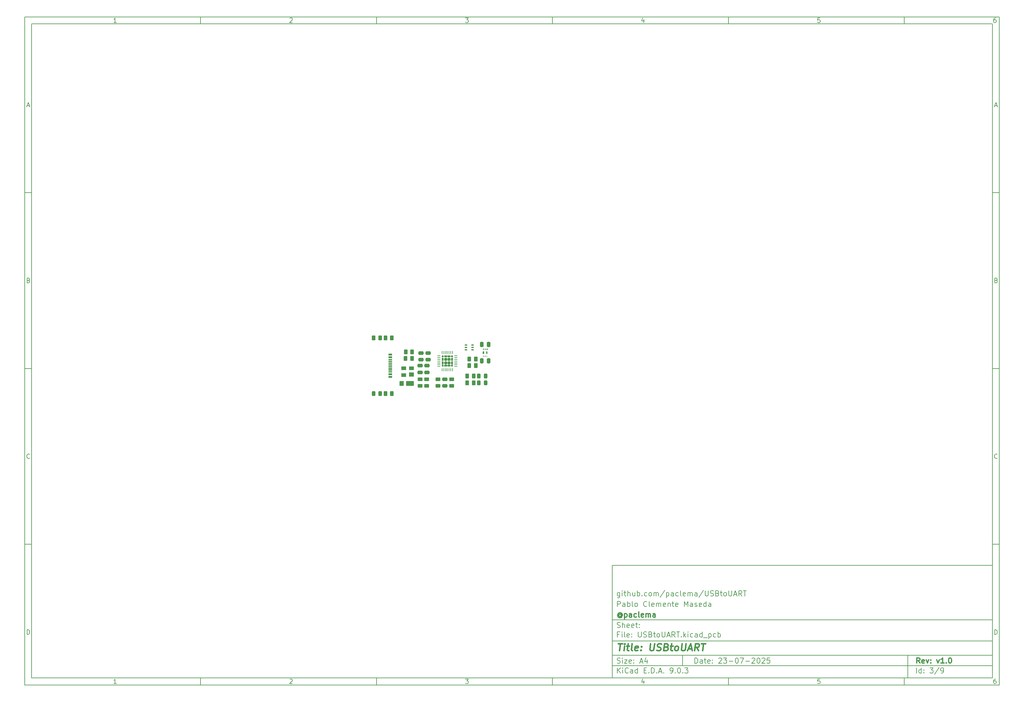
<source format=gtp>
G04 #@! TF.GenerationSoftware,KiCad,Pcbnew,9.0.3*
G04 #@! TF.CreationDate,2025-07-24T11:03:04+02:00*
G04 #@! TF.ProjectId,USBtoUART,55534274-6f55-4415-9254-2e6b69636164,v1.0*
G04 #@! TF.SameCoordinates,Original*
G04 #@! TF.FileFunction,Paste,Top*
G04 #@! TF.FilePolarity,Positive*
%FSLAX46Y46*%
G04 Gerber Fmt 4.6, Leading zero omitted, Abs format (unit mm)*
G04 Created by KiCad (PCBNEW 9.0.3) date 2025-07-24 11:03:04*
%MOMM*%
%LPD*%
G01*
G04 APERTURE LIST*
G04 Aperture macros list*
%AMRoundRect*
0 Rectangle with rounded corners*
0 $1 Rounding radius*
0 $2 $3 $4 $5 $6 $7 $8 $9 X,Y pos of 4 corners*
0 Add a 4 corners polygon primitive as box body*
4,1,4,$2,$3,$4,$5,$6,$7,$8,$9,$2,$3,0*
0 Add four circle primitives for the rounded corners*
1,1,$1+$1,$2,$3*
1,1,$1+$1,$4,$5*
1,1,$1+$1,$6,$7*
1,1,$1+$1,$8,$9*
0 Add four rect primitives between the rounded corners*
20,1,$1+$1,$2,$3,$4,$5,0*
20,1,$1+$1,$4,$5,$6,$7,0*
20,1,$1+$1,$6,$7,$8,$9,0*
20,1,$1+$1,$8,$9,$2,$3,0*%
%AMFreePoly0*
4,1,19,0.227783,0.251568,0.266839,0.197812,0.272101,0.164589,0.272101,-0.164589,0.251568,-0.227783,0.197812,-0.266839,0.164589,-0.272101,-0.164589,-0.272101,-0.227783,-0.251568,-0.266839,-0.197812,-0.272101,-0.164589,-0.272101,0.075523,-0.251568,0.138717,-0.240611,0.151545,-0.151545,0.240611,-0.092342,0.270777,-0.075523,0.272101,0.164589,0.272101,0.227783,0.251568,0.227783,0.251568,
$1*%
%AMFreePoly1*
4,1,21,0.241650,0.383168,0.270806,0.332669,0.272101,0.317866,0.272101,-0.317866,0.252157,-0.372661,0.201658,-0.401817,0.186855,-0.403112,-0.116234,-0.403112,-0.171029,-0.383168,-0.176512,-0.378144,-0.247133,-0.307524,-0.271777,-0.254676,-0.272101,-0.247246,-0.272101,0.247246,-0.252157,0.302041,-0.247133,0.307524,-0.176512,0.378144,-0.123663,0.402788,-0.116234,0.403112,0.186855,0.403112,
0.241650,0.383168,0.241650,0.383168,$1*%
%AMFreePoly2*
4,1,19,0.227783,0.251568,0.266839,0.197812,0.272101,0.164589,0.272101,-0.164589,0.251568,-0.227783,0.197812,-0.266839,0.164589,-0.272101,-0.075523,-0.272101,-0.138717,-0.251568,-0.151545,-0.240611,-0.240611,-0.151545,-0.270777,-0.092342,-0.272101,-0.075523,-0.272101,0.164589,-0.251568,0.227783,-0.197812,0.266839,-0.164589,0.272101,0.164589,0.272101,0.227783,0.251568,0.227783,0.251568,
$1*%
%AMFreePoly3*
4,1,21,0.302041,0.252157,0.307524,0.247133,0.378144,0.176512,0.402788,0.123663,0.403112,0.116234,0.403112,-0.186855,0.383168,-0.241650,0.332669,-0.270806,0.317866,-0.272101,-0.317866,-0.272101,-0.372661,-0.252157,-0.401817,-0.201658,-0.403112,-0.186855,-0.403112,0.116234,-0.383168,0.171029,-0.378144,0.176512,-0.307524,0.247133,-0.254676,0.271777,-0.247246,0.272101,0.247246,0.272101,
0.302041,0.252157,0.302041,0.252157,$1*%
%AMFreePoly4*
4,1,21,0.372661,0.252157,0.401817,0.201658,0.403112,0.186855,0.403112,-0.116234,0.383168,-0.171029,0.378144,-0.176512,0.307524,-0.247133,0.254676,-0.271777,0.247246,-0.272101,-0.247246,-0.272101,-0.302041,-0.252157,-0.307524,-0.247133,-0.378144,-0.176512,-0.402788,-0.123663,-0.403112,-0.116234,-0.403112,0.186855,-0.383168,0.241650,-0.332669,0.270806,-0.317866,0.272101,0.317866,0.272101,
0.372661,0.252157,0.372661,0.252157,$1*%
%AMFreePoly5*
4,1,19,0.138717,0.251568,0.151545,0.240611,0.240611,0.151545,0.270777,0.092342,0.272101,0.075523,0.272101,-0.164589,0.251568,-0.227783,0.197812,-0.266839,0.164589,-0.272101,-0.164589,-0.272101,-0.227783,-0.251568,-0.266839,-0.197812,-0.272101,-0.164589,-0.272101,0.164589,-0.251568,0.227783,-0.197812,0.266839,-0.164589,0.272101,0.075523,0.272101,0.138717,0.251568,0.138717,0.251568,
$1*%
%AMFreePoly6*
4,1,21,0.171029,0.383168,0.176512,0.378144,0.247133,0.307524,0.271777,0.254676,0.272101,0.247246,0.272101,-0.247246,0.252157,-0.302041,0.247133,-0.307524,0.176512,-0.378144,0.123663,-0.402788,0.116234,-0.403112,-0.186855,-0.403112,-0.241650,-0.383168,-0.270806,-0.332669,-0.272101,-0.317866,-0.272101,0.317866,-0.252157,0.372661,-0.201658,0.401817,-0.186855,0.403112,0.116234,0.403112,
0.171029,0.383168,0.171029,0.383168,$1*%
%AMFreePoly7*
4,1,19,0.227783,0.251568,0.266839,0.197812,0.272101,0.164589,0.272101,-0.075523,0.251568,-0.138717,0.240611,-0.151545,0.151545,-0.240611,0.092342,-0.270777,0.075523,-0.272101,-0.164589,-0.272101,-0.227783,-0.251568,-0.266839,-0.197812,-0.272101,-0.164589,-0.272101,0.164589,-0.251568,0.227783,-0.197812,0.266839,-0.164589,0.272101,0.164589,0.272101,0.227783,0.251568,0.227783,0.251568,
$1*%
G04 Aperture macros list end*
%ADD10C,0.100000*%
%ADD11C,0.150000*%
%ADD12C,0.300000*%
%ADD13C,0.400000*%
%ADD14C,0.000000*%
%ADD15RoundRect,0.250000X0.475000X-0.250000X0.475000X0.250000X-0.475000X0.250000X-0.475000X-0.250000X0*%
%ADD16RoundRect,0.250000X-0.262500X-0.450000X0.262500X-0.450000X0.262500X0.450000X-0.262500X0.450000X0*%
%ADD17RoundRect,0.250000X0.262500X0.450000X-0.262500X0.450000X-0.262500X-0.450000X0.262500X-0.450000X0*%
%ADD18R,0.650000X0.400000*%
%ADD19RoundRect,0.250000X-0.450000X0.262500X-0.450000X-0.262500X0.450000X-0.262500X0.450000X0.262500X0*%
%ADD20RoundRect,0.250000X0.250000X0.475000X-0.250000X0.475000X-0.250000X-0.475000X0.250000X-0.475000X0*%
%ADD21RoundRect,0.250000X0.450000X-0.262500X0.450000X0.262500X-0.450000X0.262500X-0.450000X-0.262500X0*%
%ADD22R,1.400000X1.000000*%
%ADD23R,1.400000X1.200000*%
%ADD24RoundRect,0.243750X-0.243750X-0.456250X0.243750X-0.456250X0.243750X0.456250X-0.243750X0.456250X0*%
%ADD25RoundRect,0.062500X-0.062500X-0.337500X0.062500X-0.337500X0.062500X0.337500X-0.062500X0.337500X0*%
%ADD26RoundRect,0.062500X-0.337500X-0.062500X0.337500X-0.062500X0.337500X0.062500X-0.337500X0.062500X0*%
%ADD27FreePoly0,0.000000*%
%ADD28FreePoly1,0.000000*%
%ADD29FreePoly2,0.000000*%
%ADD30FreePoly3,0.000000*%
%ADD31RoundRect,0.201557X-0.201556X-0.201556X0.201556X-0.201556X0.201556X0.201556X-0.201556X0.201556X0*%
%ADD32FreePoly4,0.000000*%
%ADD33FreePoly5,0.000000*%
%ADD34FreePoly6,0.000000*%
%ADD35FreePoly7,0.000000*%
%ADD36R,1.100000X0.600000*%
%ADD37R,1.100000X0.300000*%
%ADD38R,1.250000X1.400000*%
%ADD39R,2.300000X1.400000*%
G04 APERTURE END LIST*
D10*
D11*
X177002200Y-166007200D02*
X285002200Y-166007200D01*
X285002200Y-198007200D01*
X177002200Y-198007200D01*
X177002200Y-166007200D01*
D10*
D11*
X10000000Y-10000000D02*
X287002200Y-10000000D01*
X287002200Y-200007200D01*
X10000000Y-200007200D01*
X10000000Y-10000000D01*
D10*
D11*
X12000000Y-12000000D02*
X285002200Y-12000000D01*
X285002200Y-198007200D01*
X12000000Y-198007200D01*
X12000000Y-12000000D01*
D10*
D11*
X60000000Y-12000000D02*
X60000000Y-10000000D01*
D10*
D11*
X110000000Y-12000000D02*
X110000000Y-10000000D01*
D10*
D11*
X160000000Y-12000000D02*
X160000000Y-10000000D01*
D10*
D11*
X210000000Y-12000000D02*
X210000000Y-10000000D01*
D10*
D11*
X260000000Y-12000000D02*
X260000000Y-10000000D01*
D10*
D11*
X36089160Y-11593604D02*
X35346303Y-11593604D01*
X35717731Y-11593604D02*
X35717731Y-10293604D01*
X35717731Y-10293604D02*
X35593922Y-10479319D01*
X35593922Y-10479319D02*
X35470112Y-10603128D01*
X35470112Y-10603128D02*
X35346303Y-10665033D01*
D10*
D11*
X85346303Y-10417414D02*
X85408207Y-10355509D01*
X85408207Y-10355509D02*
X85532017Y-10293604D01*
X85532017Y-10293604D02*
X85841541Y-10293604D01*
X85841541Y-10293604D02*
X85965350Y-10355509D01*
X85965350Y-10355509D02*
X86027255Y-10417414D01*
X86027255Y-10417414D02*
X86089160Y-10541223D01*
X86089160Y-10541223D02*
X86089160Y-10665033D01*
X86089160Y-10665033D02*
X86027255Y-10850747D01*
X86027255Y-10850747D02*
X85284398Y-11593604D01*
X85284398Y-11593604D02*
X86089160Y-11593604D01*
D10*
D11*
X135284398Y-10293604D02*
X136089160Y-10293604D01*
X136089160Y-10293604D02*
X135655826Y-10788842D01*
X135655826Y-10788842D02*
X135841541Y-10788842D01*
X135841541Y-10788842D02*
X135965350Y-10850747D01*
X135965350Y-10850747D02*
X136027255Y-10912652D01*
X136027255Y-10912652D02*
X136089160Y-11036461D01*
X136089160Y-11036461D02*
X136089160Y-11345985D01*
X136089160Y-11345985D02*
X136027255Y-11469795D01*
X136027255Y-11469795D02*
X135965350Y-11531700D01*
X135965350Y-11531700D02*
X135841541Y-11593604D01*
X135841541Y-11593604D02*
X135470112Y-11593604D01*
X135470112Y-11593604D02*
X135346303Y-11531700D01*
X135346303Y-11531700D02*
X135284398Y-11469795D01*
D10*
D11*
X185965350Y-10726938D02*
X185965350Y-11593604D01*
X185655826Y-10231700D02*
X185346303Y-11160271D01*
X185346303Y-11160271D02*
X186151064Y-11160271D01*
D10*
D11*
X236027255Y-10293604D02*
X235408207Y-10293604D01*
X235408207Y-10293604D02*
X235346303Y-10912652D01*
X235346303Y-10912652D02*
X235408207Y-10850747D01*
X235408207Y-10850747D02*
X235532017Y-10788842D01*
X235532017Y-10788842D02*
X235841541Y-10788842D01*
X235841541Y-10788842D02*
X235965350Y-10850747D01*
X235965350Y-10850747D02*
X236027255Y-10912652D01*
X236027255Y-10912652D02*
X236089160Y-11036461D01*
X236089160Y-11036461D02*
X236089160Y-11345985D01*
X236089160Y-11345985D02*
X236027255Y-11469795D01*
X236027255Y-11469795D02*
X235965350Y-11531700D01*
X235965350Y-11531700D02*
X235841541Y-11593604D01*
X235841541Y-11593604D02*
X235532017Y-11593604D01*
X235532017Y-11593604D02*
X235408207Y-11531700D01*
X235408207Y-11531700D02*
X235346303Y-11469795D01*
D10*
D11*
X285965350Y-10293604D02*
X285717731Y-10293604D01*
X285717731Y-10293604D02*
X285593922Y-10355509D01*
X285593922Y-10355509D02*
X285532017Y-10417414D01*
X285532017Y-10417414D02*
X285408207Y-10603128D01*
X285408207Y-10603128D02*
X285346303Y-10850747D01*
X285346303Y-10850747D02*
X285346303Y-11345985D01*
X285346303Y-11345985D02*
X285408207Y-11469795D01*
X285408207Y-11469795D02*
X285470112Y-11531700D01*
X285470112Y-11531700D02*
X285593922Y-11593604D01*
X285593922Y-11593604D02*
X285841541Y-11593604D01*
X285841541Y-11593604D02*
X285965350Y-11531700D01*
X285965350Y-11531700D02*
X286027255Y-11469795D01*
X286027255Y-11469795D02*
X286089160Y-11345985D01*
X286089160Y-11345985D02*
X286089160Y-11036461D01*
X286089160Y-11036461D02*
X286027255Y-10912652D01*
X286027255Y-10912652D02*
X285965350Y-10850747D01*
X285965350Y-10850747D02*
X285841541Y-10788842D01*
X285841541Y-10788842D02*
X285593922Y-10788842D01*
X285593922Y-10788842D02*
X285470112Y-10850747D01*
X285470112Y-10850747D02*
X285408207Y-10912652D01*
X285408207Y-10912652D02*
X285346303Y-11036461D01*
D10*
D11*
X60000000Y-198007200D02*
X60000000Y-200007200D01*
D10*
D11*
X110000000Y-198007200D02*
X110000000Y-200007200D01*
D10*
D11*
X160000000Y-198007200D02*
X160000000Y-200007200D01*
D10*
D11*
X210000000Y-198007200D02*
X210000000Y-200007200D01*
D10*
D11*
X260000000Y-198007200D02*
X260000000Y-200007200D01*
D10*
D11*
X36089160Y-199600804D02*
X35346303Y-199600804D01*
X35717731Y-199600804D02*
X35717731Y-198300804D01*
X35717731Y-198300804D02*
X35593922Y-198486519D01*
X35593922Y-198486519D02*
X35470112Y-198610328D01*
X35470112Y-198610328D02*
X35346303Y-198672233D01*
D10*
D11*
X85346303Y-198424614D02*
X85408207Y-198362709D01*
X85408207Y-198362709D02*
X85532017Y-198300804D01*
X85532017Y-198300804D02*
X85841541Y-198300804D01*
X85841541Y-198300804D02*
X85965350Y-198362709D01*
X85965350Y-198362709D02*
X86027255Y-198424614D01*
X86027255Y-198424614D02*
X86089160Y-198548423D01*
X86089160Y-198548423D02*
X86089160Y-198672233D01*
X86089160Y-198672233D02*
X86027255Y-198857947D01*
X86027255Y-198857947D02*
X85284398Y-199600804D01*
X85284398Y-199600804D02*
X86089160Y-199600804D01*
D10*
D11*
X135284398Y-198300804D02*
X136089160Y-198300804D01*
X136089160Y-198300804D02*
X135655826Y-198796042D01*
X135655826Y-198796042D02*
X135841541Y-198796042D01*
X135841541Y-198796042D02*
X135965350Y-198857947D01*
X135965350Y-198857947D02*
X136027255Y-198919852D01*
X136027255Y-198919852D02*
X136089160Y-199043661D01*
X136089160Y-199043661D02*
X136089160Y-199353185D01*
X136089160Y-199353185D02*
X136027255Y-199476995D01*
X136027255Y-199476995D02*
X135965350Y-199538900D01*
X135965350Y-199538900D02*
X135841541Y-199600804D01*
X135841541Y-199600804D02*
X135470112Y-199600804D01*
X135470112Y-199600804D02*
X135346303Y-199538900D01*
X135346303Y-199538900D02*
X135284398Y-199476995D01*
D10*
D11*
X185965350Y-198734138D02*
X185965350Y-199600804D01*
X185655826Y-198238900D02*
X185346303Y-199167471D01*
X185346303Y-199167471D02*
X186151064Y-199167471D01*
D10*
D11*
X236027255Y-198300804D02*
X235408207Y-198300804D01*
X235408207Y-198300804D02*
X235346303Y-198919852D01*
X235346303Y-198919852D02*
X235408207Y-198857947D01*
X235408207Y-198857947D02*
X235532017Y-198796042D01*
X235532017Y-198796042D02*
X235841541Y-198796042D01*
X235841541Y-198796042D02*
X235965350Y-198857947D01*
X235965350Y-198857947D02*
X236027255Y-198919852D01*
X236027255Y-198919852D02*
X236089160Y-199043661D01*
X236089160Y-199043661D02*
X236089160Y-199353185D01*
X236089160Y-199353185D02*
X236027255Y-199476995D01*
X236027255Y-199476995D02*
X235965350Y-199538900D01*
X235965350Y-199538900D02*
X235841541Y-199600804D01*
X235841541Y-199600804D02*
X235532017Y-199600804D01*
X235532017Y-199600804D02*
X235408207Y-199538900D01*
X235408207Y-199538900D02*
X235346303Y-199476995D01*
D10*
D11*
X285965350Y-198300804D02*
X285717731Y-198300804D01*
X285717731Y-198300804D02*
X285593922Y-198362709D01*
X285593922Y-198362709D02*
X285532017Y-198424614D01*
X285532017Y-198424614D02*
X285408207Y-198610328D01*
X285408207Y-198610328D02*
X285346303Y-198857947D01*
X285346303Y-198857947D02*
X285346303Y-199353185D01*
X285346303Y-199353185D02*
X285408207Y-199476995D01*
X285408207Y-199476995D02*
X285470112Y-199538900D01*
X285470112Y-199538900D02*
X285593922Y-199600804D01*
X285593922Y-199600804D02*
X285841541Y-199600804D01*
X285841541Y-199600804D02*
X285965350Y-199538900D01*
X285965350Y-199538900D02*
X286027255Y-199476995D01*
X286027255Y-199476995D02*
X286089160Y-199353185D01*
X286089160Y-199353185D02*
X286089160Y-199043661D01*
X286089160Y-199043661D02*
X286027255Y-198919852D01*
X286027255Y-198919852D02*
X285965350Y-198857947D01*
X285965350Y-198857947D02*
X285841541Y-198796042D01*
X285841541Y-198796042D02*
X285593922Y-198796042D01*
X285593922Y-198796042D02*
X285470112Y-198857947D01*
X285470112Y-198857947D02*
X285408207Y-198919852D01*
X285408207Y-198919852D02*
X285346303Y-199043661D01*
D10*
D11*
X10000000Y-60000000D02*
X12000000Y-60000000D01*
D10*
D11*
X10000000Y-110000000D02*
X12000000Y-110000000D01*
D10*
D11*
X10000000Y-160000000D02*
X12000000Y-160000000D01*
D10*
D11*
X10690476Y-35222176D02*
X11309523Y-35222176D01*
X10566666Y-35593604D02*
X10999999Y-34293604D01*
X10999999Y-34293604D02*
X11433333Y-35593604D01*
D10*
D11*
X11092857Y-84912652D02*
X11278571Y-84974557D01*
X11278571Y-84974557D02*
X11340476Y-85036461D01*
X11340476Y-85036461D02*
X11402380Y-85160271D01*
X11402380Y-85160271D02*
X11402380Y-85345985D01*
X11402380Y-85345985D02*
X11340476Y-85469795D01*
X11340476Y-85469795D02*
X11278571Y-85531700D01*
X11278571Y-85531700D02*
X11154761Y-85593604D01*
X11154761Y-85593604D02*
X10659523Y-85593604D01*
X10659523Y-85593604D02*
X10659523Y-84293604D01*
X10659523Y-84293604D02*
X11092857Y-84293604D01*
X11092857Y-84293604D02*
X11216666Y-84355509D01*
X11216666Y-84355509D02*
X11278571Y-84417414D01*
X11278571Y-84417414D02*
X11340476Y-84541223D01*
X11340476Y-84541223D02*
X11340476Y-84665033D01*
X11340476Y-84665033D02*
X11278571Y-84788842D01*
X11278571Y-84788842D02*
X11216666Y-84850747D01*
X11216666Y-84850747D02*
X11092857Y-84912652D01*
X11092857Y-84912652D02*
X10659523Y-84912652D01*
D10*
D11*
X11402380Y-135469795D02*
X11340476Y-135531700D01*
X11340476Y-135531700D02*
X11154761Y-135593604D01*
X11154761Y-135593604D02*
X11030952Y-135593604D01*
X11030952Y-135593604D02*
X10845238Y-135531700D01*
X10845238Y-135531700D02*
X10721428Y-135407890D01*
X10721428Y-135407890D02*
X10659523Y-135284080D01*
X10659523Y-135284080D02*
X10597619Y-135036461D01*
X10597619Y-135036461D02*
X10597619Y-134850747D01*
X10597619Y-134850747D02*
X10659523Y-134603128D01*
X10659523Y-134603128D02*
X10721428Y-134479319D01*
X10721428Y-134479319D02*
X10845238Y-134355509D01*
X10845238Y-134355509D02*
X11030952Y-134293604D01*
X11030952Y-134293604D02*
X11154761Y-134293604D01*
X11154761Y-134293604D02*
X11340476Y-134355509D01*
X11340476Y-134355509D02*
X11402380Y-134417414D01*
D10*
D11*
X10659523Y-185593604D02*
X10659523Y-184293604D01*
X10659523Y-184293604D02*
X10969047Y-184293604D01*
X10969047Y-184293604D02*
X11154761Y-184355509D01*
X11154761Y-184355509D02*
X11278571Y-184479319D01*
X11278571Y-184479319D02*
X11340476Y-184603128D01*
X11340476Y-184603128D02*
X11402380Y-184850747D01*
X11402380Y-184850747D02*
X11402380Y-185036461D01*
X11402380Y-185036461D02*
X11340476Y-185284080D01*
X11340476Y-185284080D02*
X11278571Y-185407890D01*
X11278571Y-185407890D02*
X11154761Y-185531700D01*
X11154761Y-185531700D02*
X10969047Y-185593604D01*
X10969047Y-185593604D02*
X10659523Y-185593604D01*
D10*
D11*
X287002200Y-60000000D02*
X285002200Y-60000000D01*
D10*
D11*
X287002200Y-110000000D02*
X285002200Y-110000000D01*
D10*
D11*
X287002200Y-160000000D02*
X285002200Y-160000000D01*
D10*
D11*
X285692676Y-35222176D02*
X286311723Y-35222176D01*
X285568866Y-35593604D02*
X286002199Y-34293604D01*
X286002199Y-34293604D02*
X286435533Y-35593604D01*
D10*
D11*
X286095057Y-84912652D02*
X286280771Y-84974557D01*
X286280771Y-84974557D02*
X286342676Y-85036461D01*
X286342676Y-85036461D02*
X286404580Y-85160271D01*
X286404580Y-85160271D02*
X286404580Y-85345985D01*
X286404580Y-85345985D02*
X286342676Y-85469795D01*
X286342676Y-85469795D02*
X286280771Y-85531700D01*
X286280771Y-85531700D02*
X286156961Y-85593604D01*
X286156961Y-85593604D02*
X285661723Y-85593604D01*
X285661723Y-85593604D02*
X285661723Y-84293604D01*
X285661723Y-84293604D02*
X286095057Y-84293604D01*
X286095057Y-84293604D02*
X286218866Y-84355509D01*
X286218866Y-84355509D02*
X286280771Y-84417414D01*
X286280771Y-84417414D02*
X286342676Y-84541223D01*
X286342676Y-84541223D02*
X286342676Y-84665033D01*
X286342676Y-84665033D02*
X286280771Y-84788842D01*
X286280771Y-84788842D02*
X286218866Y-84850747D01*
X286218866Y-84850747D02*
X286095057Y-84912652D01*
X286095057Y-84912652D02*
X285661723Y-84912652D01*
D10*
D11*
X286404580Y-135469795D02*
X286342676Y-135531700D01*
X286342676Y-135531700D02*
X286156961Y-135593604D01*
X286156961Y-135593604D02*
X286033152Y-135593604D01*
X286033152Y-135593604D02*
X285847438Y-135531700D01*
X285847438Y-135531700D02*
X285723628Y-135407890D01*
X285723628Y-135407890D02*
X285661723Y-135284080D01*
X285661723Y-135284080D02*
X285599819Y-135036461D01*
X285599819Y-135036461D02*
X285599819Y-134850747D01*
X285599819Y-134850747D02*
X285661723Y-134603128D01*
X285661723Y-134603128D02*
X285723628Y-134479319D01*
X285723628Y-134479319D02*
X285847438Y-134355509D01*
X285847438Y-134355509D02*
X286033152Y-134293604D01*
X286033152Y-134293604D02*
X286156961Y-134293604D01*
X286156961Y-134293604D02*
X286342676Y-134355509D01*
X286342676Y-134355509D02*
X286404580Y-134417414D01*
D10*
D11*
X285661723Y-185593604D02*
X285661723Y-184293604D01*
X285661723Y-184293604D02*
X285971247Y-184293604D01*
X285971247Y-184293604D02*
X286156961Y-184355509D01*
X286156961Y-184355509D02*
X286280771Y-184479319D01*
X286280771Y-184479319D02*
X286342676Y-184603128D01*
X286342676Y-184603128D02*
X286404580Y-184850747D01*
X286404580Y-184850747D02*
X286404580Y-185036461D01*
X286404580Y-185036461D02*
X286342676Y-185284080D01*
X286342676Y-185284080D02*
X286280771Y-185407890D01*
X286280771Y-185407890D02*
X286156961Y-185531700D01*
X286156961Y-185531700D02*
X285971247Y-185593604D01*
X285971247Y-185593604D02*
X285661723Y-185593604D01*
D10*
D11*
X200458026Y-193793328D02*
X200458026Y-192293328D01*
X200458026Y-192293328D02*
X200815169Y-192293328D01*
X200815169Y-192293328D02*
X201029455Y-192364757D01*
X201029455Y-192364757D02*
X201172312Y-192507614D01*
X201172312Y-192507614D02*
X201243741Y-192650471D01*
X201243741Y-192650471D02*
X201315169Y-192936185D01*
X201315169Y-192936185D02*
X201315169Y-193150471D01*
X201315169Y-193150471D02*
X201243741Y-193436185D01*
X201243741Y-193436185D02*
X201172312Y-193579042D01*
X201172312Y-193579042D02*
X201029455Y-193721900D01*
X201029455Y-193721900D02*
X200815169Y-193793328D01*
X200815169Y-193793328D02*
X200458026Y-193793328D01*
X202600884Y-193793328D02*
X202600884Y-193007614D01*
X202600884Y-193007614D02*
X202529455Y-192864757D01*
X202529455Y-192864757D02*
X202386598Y-192793328D01*
X202386598Y-192793328D02*
X202100884Y-192793328D01*
X202100884Y-192793328D02*
X201958026Y-192864757D01*
X202600884Y-193721900D02*
X202458026Y-193793328D01*
X202458026Y-193793328D02*
X202100884Y-193793328D01*
X202100884Y-193793328D02*
X201958026Y-193721900D01*
X201958026Y-193721900D02*
X201886598Y-193579042D01*
X201886598Y-193579042D02*
X201886598Y-193436185D01*
X201886598Y-193436185D02*
X201958026Y-193293328D01*
X201958026Y-193293328D02*
X202100884Y-193221900D01*
X202100884Y-193221900D02*
X202458026Y-193221900D01*
X202458026Y-193221900D02*
X202600884Y-193150471D01*
X203100884Y-192793328D02*
X203672312Y-192793328D01*
X203315169Y-192293328D02*
X203315169Y-193579042D01*
X203315169Y-193579042D02*
X203386598Y-193721900D01*
X203386598Y-193721900D02*
X203529455Y-193793328D01*
X203529455Y-193793328D02*
X203672312Y-193793328D01*
X204743741Y-193721900D02*
X204600884Y-193793328D01*
X204600884Y-193793328D02*
X204315170Y-193793328D01*
X204315170Y-193793328D02*
X204172312Y-193721900D01*
X204172312Y-193721900D02*
X204100884Y-193579042D01*
X204100884Y-193579042D02*
X204100884Y-193007614D01*
X204100884Y-193007614D02*
X204172312Y-192864757D01*
X204172312Y-192864757D02*
X204315170Y-192793328D01*
X204315170Y-192793328D02*
X204600884Y-192793328D01*
X204600884Y-192793328D02*
X204743741Y-192864757D01*
X204743741Y-192864757D02*
X204815170Y-193007614D01*
X204815170Y-193007614D02*
X204815170Y-193150471D01*
X204815170Y-193150471D02*
X204100884Y-193293328D01*
X205458026Y-193650471D02*
X205529455Y-193721900D01*
X205529455Y-193721900D02*
X205458026Y-193793328D01*
X205458026Y-193793328D02*
X205386598Y-193721900D01*
X205386598Y-193721900D02*
X205458026Y-193650471D01*
X205458026Y-193650471D02*
X205458026Y-193793328D01*
X205458026Y-192864757D02*
X205529455Y-192936185D01*
X205529455Y-192936185D02*
X205458026Y-193007614D01*
X205458026Y-193007614D02*
X205386598Y-192936185D01*
X205386598Y-192936185D02*
X205458026Y-192864757D01*
X205458026Y-192864757D02*
X205458026Y-193007614D01*
X207243741Y-192436185D02*
X207315169Y-192364757D01*
X207315169Y-192364757D02*
X207458027Y-192293328D01*
X207458027Y-192293328D02*
X207815169Y-192293328D01*
X207815169Y-192293328D02*
X207958027Y-192364757D01*
X207958027Y-192364757D02*
X208029455Y-192436185D01*
X208029455Y-192436185D02*
X208100884Y-192579042D01*
X208100884Y-192579042D02*
X208100884Y-192721900D01*
X208100884Y-192721900D02*
X208029455Y-192936185D01*
X208029455Y-192936185D02*
X207172312Y-193793328D01*
X207172312Y-193793328D02*
X208100884Y-193793328D01*
X208600883Y-192293328D02*
X209529455Y-192293328D01*
X209529455Y-192293328D02*
X209029455Y-192864757D01*
X209029455Y-192864757D02*
X209243740Y-192864757D01*
X209243740Y-192864757D02*
X209386598Y-192936185D01*
X209386598Y-192936185D02*
X209458026Y-193007614D01*
X209458026Y-193007614D02*
X209529455Y-193150471D01*
X209529455Y-193150471D02*
X209529455Y-193507614D01*
X209529455Y-193507614D02*
X209458026Y-193650471D01*
X209458026Y-193650471D02*
X209386598Y-193721900D01*
X209386598Y-193721900D02*
X209243740Y-193793328D01*
X209243740Y-193793328D02*
X208815169Y-193793328D01*
X208815169Y-193793328D02*
X208672312Y-193721900D01*
X208672312Y-193721900D02*
X208600883Y-193650471D01*
X210172311Y-193221900D02*
X211315169Y-193221900D01*
X212315169Y-192293328D02*
X212458026Y-192293328D01*
X212458026Y-192293328D02*
X212600883Y-192364757D01*
X212600883Y-192364757D02*
X212672312Y-192436185D01*
X212672312Y-192436185D02*
X212743740Y-192579042D01*
X212743740Y-192579042D02*
X212815169Y-192864757D01*
X212815169Y-192864757D02*
X212815169Y-193221900D01*
X212815169Y-193221900D02*
X212743740Y-193507614D01*
X212743740Y-193507614D02*
X212672312Y-193650471D01*
X212672312Y-193650471D02*
X212600883Y-193721900D01*
X212600883Y-193721900D02*
X212458026Y-193793328D01*
X212458026Y-193793328D02*
X212315169Y-193793328D01*
X212315169Y-193793328D02*
X212172312Y-193721900D01*
X212172312Y-193721900D02*
X212100883Y-193650471D01*
X212100883Y-193650471D02*
X212029454Y-193507614D01*
X212029454Y-193507614D02*
X211958026Y-193221900D01*
X211958026Y-193221900D02*
X211958026Y-192864757D01*
X211958026Y-192864757D02*
X212029454Y-192579042D01*
X212029454Y-192579042D02*
X212100883Y-192436185D01*
X212100883Y-192436185D02*
X212172312Y-192364757D01*
X212172312Y-192364757D02*
X212315169Y-192293328D01*
X213315168Y-192293328D02*
X214315168Y-192293328D01*
X214315168Y-192293328D02*
X213672311Y-193793328D01*
X214886596Y-193221900D02*
X216029454Y-193221900D01*
X216672311Y-192436185D02*
X216743739Y-192364757D01*
X216743739Y-192364757D02*
X216886597Y-192293328D01*
X216886597Y-192293328D02*
X217243739Y-192293328D01*
X217243739Y-192293328D02*
X217386597Y-192364757D01*
X217386597Y-192364757D02*
X217458025Y-192436185D01*
X217458025Y-192436185D02*
X217529454Y-192579042D01*
X217529454Y-192579042D02*
X217529454Y-192721900D01*
X217529454Y-192721900D02*
X217458025Y-192936185D01*
X217458025Y-192936185D02*
X216600882Y-193793328D01*
X216600882Y-193793328D02*
X217529454Y-193793328D01*
X218458025Y-192293328D02*
X218600882Y-192293328D01*
X218600882Y-192293328D02*
X218743739Y-192364757D01*
X218743739Y-192364757D02*
X218815168Y-192436185D01*
X218815168Y-192436185D02*
X218886596Y-192579042D01*
X218886596Y-192579042D02*
X218958025Y-192864757D01*
X218958025Y-192864757D02*
X218958025Y-193221900D01*
X218958025Y-193221900D02*
X218886596Y-193507614D01*
X218886596Y-193507614D02*
X218815168Y-193650471D01*
X218815168Y-193650471D02*
X218743739Y-193721900D01*
X218743739Y-193721900D02*
X218600882Y-193793328D01*
X218600882Y-193793328D02*
X218458025Y-193793328D01*
X218458025Y-193793328D02*
X218315168Y-193721900D01*
X218315168Y-193721900D02*
X218243739Y-193650471D01*
X218243739Y-193650471D02*
X218172310Y-193507614D01*
X218172310Y-193507614D02*
X218100882Y-193221900D01*
X218100882Y-193221900D02*
X218100882Y-192864757D01*
X218100882Y-192864757D02*
X218172310Y-192579042D01*
X218172310Y-192579042D02*
X218243739Y-192436185D01*
X218243739Y-192436185D02*
X218315168Y-192364757D01*
X218315168Y-192364757D02*
X218458025Y-192293328D01*
X219529453Y-192436185D02*
X219600881Y-192364757D01*
X219600881Y-192364757D02*
X219743739Y-192293328D01*
X219743739Y-192293328D02*
X220100881Y-192293328D01*
X220100881Y-192293328D02*
X220243739Y-192364757D01*
X220243739Y-192364757D02*
X220315167Y-192436185D01*
X220315167Y-192436185D02*
X220386596Y-192579042D01*
X220386596Y-192579042D02*
X220386596Y-192721900D01*
X220386596Y-192721900D02*
X220315167Y-192936185D01*
X220315167Y-192936185D02*
X219458024Y-193793328D01*
X219458024Y-193793328D02*
X220386596Y-193793328D01*
X221743738Y-192293328D02*
X221029452Y-192293328D01*
X221029452Y-192293328D02*
X220958024Y-193007614D01*
X220958024Y-193007614D02*
X221029452Y-192936185D01*
X221029452Y-192936185D02*
X221172310Y-192864757D01*
X221172310Y-192864757D02*
X221529452Y-192864757D01*
X221529452Y-192864757D02*
X221672310Y-192936185D01*
X221672310Y-192936185D02*
X221743738Y-193007614D01*
X221743738Y-193007614D02*
X221815167Y-193150471D01*
X221815167Y-193150471D02*
X221815167Y-193507614D01*
X221815167Y-193507614D02*
X221743738Y-193650471D01*
X221743738Y-193650471D02*
X221672310Y-193721900D01*
X221672310Y-193721900D02*
X221529452Y-193793328D01*
X221529452Y-193793328D02*
X221172310Y-193793328D01*
X221172310Y-193793328D02*
X221029452Y-193721900D01*
X221029452Y-193721900D02*
X220958024Y-193650471D01*
D10*
D11*
X177002200Y-194507200D02*
X285002200Y-194507200D01*
D10*
D11*
X178458026Y-196593328D02*
X178458026Y-195093328D01*
X179315169Y-196593328D02*
X178672312Y-195736185D01*
X179315169Y-195093328D02*
X178458026Y-195950471D01*
X179958026Y-196593328D02*
X179958026Y-195593328D01*
X179958026Y-195093328D02*
X179886598Y-195164757D01*
X179886598Y-195164757D02*
X179958026Y-195236185D01*
X179958026Y-195236185D02*
X180029455Y-195164757D01*
X180029455Y-195164757D02*
X179958026Y-195093328D01*
X179958026Y-195093328D02*
X179958026Y-195236185D01*
X181529455Y-196450471D02*
X181458027Y-196521900D01*
X181458027Y-196521900D02*
X181243741Y-196593328D01*
X181243741Y-196593328D02*
X181100884Y-196593328D01*
X181100884Y-196593328D02*
X180886598Y-196521900D01*
X180886598Y-196521900D02*
X180743741Y-196379042D01*
X180743741Y-196379042D02*
X180672312Y-196236185D01*
X180672312Y-196236185D02*
X180600884Y-195950471D01*
X180600884Y-195950471D02*
X180600884Y-195736185D01*
X180600884Y-195736185D02*
X180672312Y-195450471D01*
X180672312Y-195450471D02*
X180743741Y-195307614D01*
X180743741Y-195307614D02*
X180886598Y-195164757D01*
X180886598Y-195164757D02*
X181100884Y-195093328D01*
X181100884Y-195093328D02*
X181243741Y-195093328D01*
X181243741Y-195093328D02*
X181458027Y-195164757D01*
X181458027Y-195164757D02*
X181529455Y-195236185D01*
X182815170Y-196593328D02*
X182815170Y-195807614D01*
X182815170Y-195807614D02*
X182743741Y-195664757D01*
X182743741Y-195664757D02*
X182600884Y-195593328D01*
X182600884Y-195593328D02*
X182315170Y-195593328D01*
X182315170Y-195593328D02*
X182172312Y-195664757D01*
X182815170Y-196521900D02*
X182672312Y-196593328D01*
X182672312Y-196593328D02*
X182315170Y-196593328D01*
X182315170Y-196593328D02*
X182172312Y-196521900D01*
X182172312Y-196521900D02*
X182100884Y-196379042D01*
X182100884Y-196379042D02*
X182100884Y-196236185D01*
X182100884Y-196236185D02*
X182172312Y-196093328D01*
X182172312Y-196093328D02*
X182315170Y-196021900D01*
X182315170Y-196021900D02*
X182672312Y-196021900D01*
X182672312Y-196021900D02*
X182815170Y-195950471D01*
X184172313Y-196593328D02*
X184172313Y-195093328D01*
X184172313Y-196521900D02*
X184029455Y-196593328D01*
X184029455Y-196593328D02*
X183743741Y-196593328D01*
X183743741Y-196593328D02*
X183600884Y-196521900D01*
X183600884Y-196521900D02*
X183529455Y-196450471D01*
X183529455Y-196450471D02*
X183458027Y-196307614D01*
X183458027Y-196307614D02*
X183458027Y-195879042D01*
X183458027Y-195879042D02*
X183529455Y-195736185D01*
X183529455Y-195736185D02*
X183600884Y-195664757D01*
X183600884Y-195664757D02*
X183743741Y-195593328D01*
X183743741Y-195593328D02*
X184029455Y-195593328D01*
X184029455Y-195593328D02*
X184172313Y-195664757D01*
X186029455Y-195807614D02*
X186529455Y-195807614D01*
X186743741Y-196593328D02*
X186029455Y-196593328D01*
X186029455Y-196593328D02*
X186029455Y-195093328D01*
X186029455Y-195093328D02*
X186743741Y-195093328D01*
X187386598Y-196450471D02*
X187458027Y-196521900D01*
X187458027Y-196521900D02*
X187386598Y-196593328D01*
X187386598Y-196593328D02*
X187315170Y-196521900D01*
X187315170Y-196521900D02*
X187386598Y-196450471D01*
X187386598Y-196450471D02*
X187386598Y-196593328D01*
X188100884Y-196593328D02*
X188100884Y-195093328D01*
X188100884Y-195093328D02*
X188458027Y-195093328D01*
X188458027Y-195093328D02*
X188672313Y-195164757D01*
X188672313Y-195164757D02*
X188815170Y-195307614D01*
X188815170Y-195307614D02*
X188886599Y-195450471D01*
X188886599Y-195450471D02*
X188958027Y-195736185D01*
X188958027Y-195736185D02*
X188958027Y-195950471D01*
X188958027Y-195950471D02*
X188886599Y-196236185D01*
X188886599Y-196236185D02*
X188815170Y-196379042D01*
X188815170Y-196379042D02*
X188672313Y-196521900D01*
X188672313Y-196521900D02*
X188458027Y-196593328D01*
X188458027Y-196593328D02*
X188100884Y-196593328D01*
X189600884Y-196450471D02*
X189672313Y-196521900D01*
X189672313Y-196521900D02*
X189600884Y-196593328D01*
X189600884Y-196593328D02*
X189529456Y-196521900D01*
X189529456Y-196521900D02*
X189600884Y-196450471D01*
X189600884Y-196450471D02*
X189600884Y-196593328D01*
X190243742Y-196164757D02*
X190958028Y-196164757D01*
X190100885Y-196593328D02*
X190600885Y-195093328D01*
X190600885Y-195093328D02*
X191100885Y-196593328D01*
X191600884Y-196450471D02*
X191672313Y-196521900D01*
X191672313Y-196521900D02*
X191600884Y-196593328D01*
X191600884Y-196593328D02*
X191529456Y-196521900D01*
X191529456Y-196521900D02*
X191600884Y-196450471D01*
X191600884Y-196450471D02*
X191600884Y-196593328D01*
X193529456Y-196593328D02*
X193815170Y-196593328D01*
X193815170Y-196593328D02*
X193958027Y-196521900D01*
X193958027Y-196521900D02*
X194029456Y-196450471D01*
X194029456Y-196450471D02*
X194172313Y-196236185D01*
X194172313Y-196236185D02*
X194243742Y-195950471D01*
X194243742Y-195950471D02*
X194243742Y-195379042D01*
X194243742Y-195379042D02*
X194172313Y-195236185D01*
X194172313Y-195236185D02*
X194100885Y-195164757D01*
X194100885Y-195164757D02*
X193958027Y-195093328D01*
X193958027Y-195093328D02*
X193672313Y-195093328D01*
X193672313Y-195093328D02*
X193529456Y-195164757D01*
X193529456Y-195164757D02*
X193458027Y-195236185D01*
X193458027Y-195236185D02*
X193386599Y-195379042D01*
X193386599Y-195379042D02*
X193386599Y-195736185D01*
X193386599Y-195736185D02*
X193458027Y-195879042D01*
X193458027Y-195879042D02*
X193529456Y-195950471D01*
X193529456Y-195950471D02*
X193672313Y-196021900D01*
X193672313Y-196021900D02*
X193958027Y-196021900D01*
X193958027Y-196021900D02*
X194100885Y-195950471D01*
X194100885Y-195950471D02*
X194172313Y-195879042D01*
X194172313Y-195879042D02*
X194243742Y-195736185D01*
X194886598Y-196450471D02*
X194958027Y-196521900D01*
X194958027Y-196521900D02*
X194886598Y-196593328D01*
X194886598Y-196593328D02*
X194815170Y-196521900D01*
X194815170Y-196521900D02*
X194886598Y-196450471D01*
X194886598Y-196450471D02*
X194886598Y-196593328D01*
X195886599Y-195093328D02*
X196029456Y-195093328D01*
X196029456Y-195093328D02*
X196172313Y-195164757D01*
X196172313Y-195164757D02*
X196243742Y-195236185D01*
X196243742Y-195236185D02*
X196315170Y-195379042D01*
X196315170Y-195379042D02*
X196386599Y-195664757D01*
X196386599Y-195664757D02*
X196386599Y-196021900D01*
X196386599Y-196021900D02*
X196315170Y-196307614D01*
X196315170Y-196307614D02*
X196243742Y-196450471D01*
X196243742Y-196450471D02*
X196172313Y-196521900D01*
X196172313Y-196521900D02*
X196029456Y-196593328D01*
X196029456Y-196593328D02*
X195886599Y-196593328D01*
X195886599Y-196593328D02*
X195743742Y-196521900D01*
X195743742Y-196521900D02*
X195672313Y-196450471D01*
X195672313Y-196450471D02*
X195600884Y-196307614D01*
X195600884Y-196307614D02*
X195529456Y-196021900D01*
X195529456Y-196021900D02*
X195529456Y-195664757D01*
X195529456Y-195664757D02*
X195600884Y-195379042D01*
X195600884Y-195379042D02*
X195672313Y-195236185D01*
X195672313Y-195236185D02*
X195743742Y-195164757D01*
X195743742Y-195164757D02*
X195886599Y-195093328D01*
X197029455Y-196450471D02*
X197100884Y-196521900D01*
X197100884Y-196521900D02*
X197029455Y-196593328D01*
X197029455Y-196593328D02*
X196958027Y-196521900D01*
X196958027Y-196521900D02*
X197029455Y-196450471D01*
X197029455Y-196450471D02*
X197029455Y-196593328D01*
X197600884Y-195093328D02*
X198529456Y-195093328D01*
X198529456Y-195093328D02*
X198029456Y-195664757D01*
X198029456Y-195664757D02*
X198243741Y-195664757D01*
X198243741Y-195664757D02*
X198386599Y-195736185D01*
X198386599Y-195736185D02*
X198458027Y-195807614D01*
X198458027Y-195807614D02*
X198529456Y-195950471D01*
X198529456Y-195950471D02*
X198529456Y-196307614D01*
X198529456Y-196307614D02*
X198458027Y-196450471D01*
X198458027Y-196450471D02*
X198386599Y-196521900D01*
X198386599Y-196521900D02*
X198243741Y-196593328D01*
X198243741Y-196593328D02*
X197815170Y-196593328D01*
X197815170Y-196593328D02*
X197672313Y-196521900D01*
X197672313Y-196521900D02*
X197600884Y-196450471D01*
D10*
D11*
X177002200Y-191507200D02*
X285002200Y-191507200D01*
D10*
D12*
X264413853Y-193785528D02*
X263913853Y-193071242D01*
X263556710Y-193785528D02*
X263556710Y-192285528D01*
X263556710Y-192285528D02*
X264128139Y-192285528D01*
X264128139Y-192285528D02*
X264270996Y-192356957D01*
X264270996Y-192356957D02*
X264342425Y-192428385D01*
X264342425Y-192428385D02*
X264413853Y-192571242D01*
X264413853Y-192571242D02*
X264413853Y-192785528D01*
X264413853Y-192785528D02*
X264342425Y-192928385D01*
X264342425Y-192928385D02*
X264270996Y-192999814D01*
X264270996Y-192999814D02*
X264128139Y-193071242D01*
X264128139Y-193071242D02*
X263556710Y-193071242D01*
X265628139Y-193714100D02*
X265485282Y-193785528D01*
X265485282Y-193785528D02*
X265199568Y-193785528D01*
X265199568Y-193785528D02*
X265056710Y-193714100D01*
X265056710Y-193714100D02*
X264985282Y-193571242D01*
X264985282Y-193571242D02*
X264985282Y-192999814D01*
X264985282Y-192999814D02*
X265056710Y-192856957D01*
X265056710Y-192856957D02*
X265199568Y-192785528D01*
X265199568Y-192785528D02*
X265485282Y-192785528D01*
X265485282Y-192785528D02*
X265628139Y-192856957D01*
X265628139Y-192856957D02*
X265699568Y-192999814D01*
X265699568Y-192999814D02*
X265699568Y-193142671D01*
X265699568Y-193142671D02*
X264985282Y-193285528D01*
X266199567Y-192785528D02*
X266556710Y-193785528D01*
X266556710Y-193785528D02*
X266913853Y-192785528D01*
X267485281Y-193642671D02*
X267556710Y-193714100D01*
X267556710Y-193714100D02*
X267485281Y-193785528D01*
X267485281Y-193785528D02*
X267413853Y-193714100D01*
X267413853Y-193714100D02*
X267485281Y-193642671D01*
X267485281Y-193642671D02*
X267485281Y-193785528D01*
X267485281Y-192856957D02*
X267556710Y-192928385D01*
X267556710Y-192928385D02*
X267485281Y-192999814D01*
X267485281Y-192999814D02*
X267413853Y-192928385D01*
X267413853Y-192928385D02*
X267485281Y-192856957D01*
X267485281Y-192856957D02*
X267485281Y-192999814D01*
X269199567Y-192785528D02*
X269556710Y-193785528D01*
X269556710Y-193785528D02*
X269913853Y-192785528D01*
X271270996Y-193785528D02*
X270413853Y-193785528D01*
X270842424Y-193785528D02*
X270842424Y-192285528D01*
X270842424Y-192285528D02*
X270699567Y-192499814D01*
X270699567Y-192499814D02*
X270556710Y-192642671D01*
X270556710Y-192642671D02*
X270413853Y-192714100D01*
X271913852Y-193642671D02*
X271985281Y-193714100D01*
X271985281Y-193714100D02*
X271913852Y-193785528D01*
X271913852Y-193785528D02*
X271842424Y-193714100D01*
X271842424Y-193714100D02*
X271913852Y-193642671D01*
X271913852Y-193642671D02*
X271913852Y-193785528D01*
X272913853Y-192285528D02*
X273056710Y-192285528D01*
X273056710Y-192285528D02*
X273199567Y-192356957D01*
X273199567Y-192356957D02*
X273270996Y-192428385D01*
X273270996Y-192428385D02*
X273342424Y-192571242D01*
X273342424Y-192571242D02*
X273413853Y-192856957D01*
X273413853Y-192856957D02*
X273413853Y-193214100D01*
X273413853Y-193214100D02*
X273342424Y-193499814D01*
X273342424Y-193499814D02*
X273270996Y-193642671D01*
X273270996Y-193642671D02*
X273199567Y-193714100D01*
X273199567Y-193714100D02*
X273056710Y-193785528D01*
X273056710Y-193785528D02*
X272913853Y-193785528D01*
X272913853Y-193785528D02*
X272770996Y-193714100D01*
X272770996Y-193714100D02*
X272699567Y-193642671D01*
X272699567Y-193642671D02*
X272628138Y-193499814D01*
X272628138Y-193499814D02*
X272556710Y-193214100D01*
X272556710Y-193214100D02*
X272556710Y-192856957D01*
X272556710Y-192856957D02*
X272628138Y-192571242D01*
X272628138Y-192571242D02*
X272699567Y-192428385D01*
X272699567Y-192428385D02*
X272770996Y-192356957D01*
X272770996Y-192356957D02*
X272913853Y-192285528D01*
D10*
D11*
X178386598Y-193721900D02*
X178600884Y-193793328D01*
X178600884Y-193793328D02*
X178958026Y-193793328D01*
X178958026Y-193793328D02*
X179100884Y-193721900D01*
X179100884Y-193721900D02*
X179172312Y-193650471D01*
X179172312Y-193650471D02*
X179243741Y-193507614D01*
X179243741Y-193507614D02*
X179243741Y-193364757D01*
X179243741Y-193364757D02*
X179172312Y-193221900D01*
X179172312Y-193221900D02*
X179100884Y-193150471D01*
X179100884Y-193150471D02*
X178958026Y-193079042D01*
X178958026Y-193079042D02*
X178672312Y-193007614D01*
X178672312Y-193007614D02*
X178529455Y-192936185D01*
X178529455Y-192936185D02*
X178458026Y-192864757D01*
X178458026Y-192864757D02*
X178386598Y-192721900D01*
X178386598Y-192721900D02*
X178386598Y-192579042D01*
X178386598Y-192579042D02*
X178458026Y-192436185D01*
X178458026Y-192436185D02*
X178529455Y-192364757D01*
X178529455Y-192364757D02*
X178672312Y-192293328D01*
X178672312Y-192293328D02*
X179029455Y-192293328D01*
X179029455Y-192293328D02*
X179243741Y-192364757D01*
X179886597Y-193793328D02*
X179886597Y-192793328D01*
X179886597Y-192293328D02*
X179815169Y-192364757D01*
X179815169Y-192364757D02*
X179886597Y-192436185D01*
X179886597Y-192436185D02*
X179958026Y-192364757D01*
X179958026Y-192364757D02*
X179886597Y-192293328D01*
X179886597Y-192293328D02*
X179886597Y-192436185D01*
X180458026Y-192793328D02*
X181243741Y-192793328D01*
X181243741Y-192793328D02*
X180458026Y-193793328D01*
X180458026Y-193793328D02*
X181243741Y-193793328D01*
X182386598Y-193721900D02*
X182243741Y-193793328D01*
X182243741Y-193793328D02*
X181958027Y-193793328D01*
X181958027Y-193793328D02*
X181815169Y-193721900D01*
X181815169Y-193721900D02*
X181743741Y-193579042D01*
X181743741Y-193579042D02*
X181743741Y-193007614D01*
X181743741Y-193007614D02*
X181815169Y-192864757D01*
X181815169Y-192864757D02*
X181958027Y-192793328D01*
X181958027Y-192793328D02*
X182243741Y-192793328D01*
X182243741Y-192793328D02*
X182386598Y-192864757D01*
X182386598Y-192864757D02*
X182458027Y-193007614D01*
X182458027Y-193007614D02*
X182458027Y-193150471D01*
X182458027Y-193150471D02*
X181743741Y-193293328D01*
X183100883Y-193650471D02*
X183172312Y-193721900D01*
X183172312Y-193721900D02*
X183100883Y-193793328D01*
X183100883Y-193793328D02*
X183029455Y-193721900D01*
X183029455Y-193721900D02*
X183100883Y-193650471D01*
X183100883Y-193650471D02*
X183100883Y-193793328D01*
X183100883Y-192864757D02*
X183172312Y-192936185D01*
X183172312Y-192936185D02*
X183100883Y-193007614D01*
X183100883Y-193007614D02*
X183029455Y-192936185D01*
X183029455Y-192936185D02*
X183100883Y-192864757D01*
X183100883Y-192864757D02*
X183100883Y-193007614D01*
X184886598Y-193364757D02*
X185600884Y-193364757D01*
X184743741Y-193793328D02*
X185243741Y-192293328D01*
X185243741Y-192293328D02*
X185743741Y-193793328D01*
X186886598Y-192793328D02*
X186886598Y-193793328D01*
X186529455Y-192221900D02*
X186172312Y-193293328D01*
X186172312Y-193293328D02*
X187100883Y-193293328D01*
D10*
D11*
X263458026Y-196593328D02*
X263458026Y-195093328D01*
X264815170Y-196593328D02*
X264815170Y-195093328D01*
X264815170Y-196521900D02*
X264672312Y-196593328D01*
X264672312Y-196593328D02*
X264386598Y-196593328D01*
X264386598Y-196593328D02*
X264243741Y-196521900D01*
X264243741Y-196521900D02*
X264172312Y-196450471D01*
X264172312Y-196450471D02*
X264100884Y-196307614D01*
X264100884Y-196307614D02*
X264100884Y-195879042D01*
X264100884Y-195879042D02*
X264172312Y-195736185D01*
X264172312Y-195736185D02*
X264243741Y-195664757D01*
X264243741Y-195664757D02*
X264386598Y-195593328D01*
X264386598Y-195593328D02*
X264672312Y-195593328D01*
X264672312Y-195593328D02*
X264815170Y-195664757D01*
X265529455Y-196450471D02*
X265600884Y-196521900D01*
X265600884Y-196521900D02*
X265529455Y-196593328D01*
X265529455Y-196593328D02*
X265458027Y-196521900D01*
X265458027Y-196521900D02*
X265529455Y-196450471D01*
X265529455Y-196450471D02*
X265529455Y-196593328D01*
X265529455Y-195664757D02*
X265600884Y-195736185D01*
X265600884Y-195736185D02*
X265529455Y-195807614D01*
X265529455Y-195807614D02*
X265458027Y-195736185D01*
X265458027Y-195736185D02*
X265529455Y-195664757D01*
X265529455Y-195664757D02*
X265529455Y-195807614D01*
X267243741Y-195093328D02*
X268172313Y-195093328D01*
X268172313Y-195093328D02*
X267672313Y-195664757D01*
X267672313Y-195664757D02*
X267886598Y-195664757D01*
X267886598Y-195664757D02*
X268029456Y-195736185D01*
X268029456Y-195736185D02*
X268100884Y-195807614D01*
X268100884Y-195807614D02*
X268172313Y-195950471D01*
X268172313Y-195950471D02*
X268172313Y-196307614D01*
X268172313Y-196307614D02*
X268100884Y-196450471D01*
X268100884Y-196450471D02*
X268029456Y-196521900D01*
X268029456Y-196521900D02*
X267886598Y-196593328D01*
X267886598Y-196593328D02*
X267458027Y-196593328D01*
X267458027Y-196593328D02*
X267315170Y-196521900D01*
X267315170Y-196521900D02*
X267243741Y-196450471D01*
X269886598Y-195021900D02*
X268600884Y-196950471D01*
X270458027Y-196593328D02*
X270743741Y-196593328D01*
X270743741Y-196593328D02*
X270886598Y-196521900D01*
X270886598Y-196521900D02*
X270958027Y-196450471D01*
X270958027Y-196450471D02*
X271100884Y-196236185D01*
X271100884Y-196236185D02*
X271172313Y-195950471D01*
X271172313Y-195950471D02*
X271172313Y-195379042D01*
X271172313Y-195379042D02*
X271100884Y-195236185D01*
X271100884Y-195236185D02*
X271029456Y-195164757D01*
X271029456Y-195164757D02*
X270886598Y-195093328D01*
X270886598Y-195093328D02*
X270600884Y-195093328D01*
X270600884Y-195093328D02*
X270458027Y-195164757D01*
X270458027Y-195164757D02*
X270386598Y-195236185D01*
X270386598Y-195236185D02*
X270315170Y-195379042D01*
X270315170Y-195379042D02*
X270315170Y-195736185D01*
X270315170Y-195736185D02*
X270386598Y-195879042D01*
X270386598Y-195879042D02*
X270458027Y-195950471D01*
X270458027Y-195950471D02*
X270600884Y-196021900D01*
X270600884Y-196021900D02*
X270886598Y-196021900D01*
X270886598Y-196021900D02*
X271029456Y-195950471D01*
X271029456Y-195950471D02*
X271100884Y-195879042D01*
X271100884Y-195879042D02*
X271172313Y-195736185D01*
D10*
D11*
X177002200Y-187507200D02*
X285002200Y-187507200D01*
D10*
D13*
X178693928Y-188211638D02*
X179836785Y-188211638D01*
X179015357Y-190211638D02*
X179265357Y-188211638D01*
X180253452Y-190211638D02*
X180420119Y-188878304D01*
X180503452Y-188211638D02*
X180396309Y-188306876D01*
X180396309Y-188306876D02*
X180479643Y-188402114D01*
X180479643Y-188402114D02*
X180586786Y-188306876D01*
X180586786Y-188306876D02*
X180503452Y-188211638D01*
X180503452Y-188211638D02*
X180479643Y-188402114D01*
X181086786Y-188878304D02*
X181848690Y-188878304D01*
X181455833Y-188211638D02*
X181241548Y-189925923D01*
X181241548Y-189925923D02*
X181312976Y-190116400D01*
X181312976Y-190116400D02*
X181491548Y-190211638D01*
X181491548Y-190211638D02*
X181682024Y-190211638D01*
X182634405Y-190211638D02*
X182455833Y-190116400D01*
X182455833Y-190116400D02*
X182384405Y-189925923D01*
X182384405Y-189925923D02*
X182598690Y-188211638D01*
X184170119Y-190116400D02*
X183967738Y-190211638D01*
X183967738Y-190211638D02*
X183586785Y-190211638D01*
X183586785Y-190211638D02*
X183408214Y-190116400D01*
X183408214Y-190116400D02*
X183336785Y-189925923D01*
X183336785Y-189925923D02*
X183432024Y-189164019D01*
X183432024Y-189164019D02*
X183551071Y-188973542D01*
X183551071Y-188973542D02*
X183753452Y-188878304D01*
X183753452Y-188878304D02*
X184134404Y-188878304D01*
X184134404Y-188878304D02*
X184312976Y-188973542D01*
X184312976Y-188973542D02*
X184384404Y-189164019D01*
X184384404Y-189164019D02*
X184360595Y-189354495D01*
X184360595Y-189354495D02*
X183384404Y-189544971D01*
X185134405Y-190021161D02*
X185217738Y-190116400D01*
X185217738Y-190116400D02*
X185110595Y-190211638D01*
X185110595Y-190211638D02*
X185027262Y-190116400D01*
X185027262Y-190116400D02*
X185134405Y-190021161D01*
X185134405Y-190021161D02*
X185110595Y-190211638D01*
X185265357Y-188973542D02*
X185348690Y-189068780D01*
X185348690Y-189068780D02*
X185241548Y-189164019D01*
X185241548Y-189164019D02*
X185158214Y-189068780D01*
X185158214Y-189068780D02*
X185265357Y-188973542D01*
X185265357Y-188973542D02*
X185241548Y-189164019D01*
X187836786Y-188211638D02*
X187634405Y-189830685D01*
X187634405Y-189830685D02*
X187705834Y-190021161D01*
X187705834Y-190021161D02*
X187789167Y-190116400D01*
X187789167Y-190116400D02*
X187967739Y-190211638D01*
X187967739Y-190211638D02*
X188348691Y-190211638D01*
X188348691Y-190211638D02*
X188551072Y-190116400D01*
X188551072Y-190116400D02*
X188658215Y-190021161D01*
X188658215Y-190021161D02*
X188777262Y-189830685D01*
X188777262Y-189830685D02*
X188979643Y-188211638D01*
X189598691Y-190116400D02*
X189872500Y-190211638D01*
X189872500Y-190211638D02*
X190348691Y-190211638D01*
X190348691Y-190211638D02*
X190551072Y-190116400D01*
X190551072Y-190116400D02*
X190658215Y-190021161D01*
X190658215Y-190021161D02*
X190777262Y-189830685D01*
X190777262Y-189830685D02*
X190801072Y-189640209D01*
X190801072Y-189640209D02*
X190729643Y-189449733D01*
X190729643Y-189449733D02*
X190646310Y-189354495D01*
X190646310Y-189354495D02*
X190467739Y-189259257D01*
X190467739Y-189259257D02*
X190098691Y-189164019D01*
X190098691Y-189164019D02*
X189920119Y-189068780D01*
X189920119Y-189068780D02*
X189836786Y-188973542D01*
X189836786Y-188973542D02*
X189765358Y-188783066D01*
X189765358Y-188783066D02*
X189789167Y-188592590D01*
X189789167Y-188592590D02*
X189908215Y-188402114D01*
X189908215Y-188402114D02*
X190015358Y-188306876D01*
X190015358Y-188306876D02*
X190217739Y-188211638D01*
X190217739Y-188211638D02*
X190693929Y-188211638D01*
X190693929Y-188211638D02*
X190967739Y-188306876D01*
X192384405Y-189164019D02*
X192658215Y-189259257D01*
X192658215Y-189259257D02*
X192741548Y-189354495D01*
X192741548Y-189354495D02*
X192812977Y-189544971D01*
X192812977Y-189544971D02*
X192777262Y-189830685D01*
X192777262Y-189830685D02*
X192658215Y-190021161D01*
X192658215Y-190021161D02*
X192551072Y-190116400D01*
X192551072Y-190116400D02*
X192348691Y-190211638D01*
X192348691Y-190211638D02*
X191586786Y-190211638D01*
X191586786Y-190211638D02*
X191836786Y-188211638D01*
X191836786Y-188211638D02*
X192503453Y-188211638D01*
X192503453Y-188211638D02*
X192682024Y-188306876D01*
X192682024Y-188306876D02*
X192765358Y-188402114D01*
X192765358Y-188402114D02*
X192836786Y-188592590D01*
X192836786Y-188592590D02*
X192812977Y-188783066D01*
X192812977Y-188783066D02*
X192693929Y-188973542D01*
X192693929Y-188973542D02*
X192586786Y-189068780D01*
X192586786Y-189068780D02*
X192384405Y-189164019D01*
X192384405Y-189164019D02*
X191717739Y-189164019D01*
X193467739Y-188878304D02*
X194229643Y-188878304D01*
X193836786Y-188211638D02*
X193622501Y-189925923D01*
X193622501Y-189925923D02*
X193693929Y-190116400D01*
X193693929Y-190116400D02*
X193872501Y-190211638D01*
X193872501Y-190211638D02*
X194062977Y-190211638D01*
X195015358Y-190211638D02*
X194836786Y-190116400D01*
X194836786Y-190116400D02*
X194753453Y-190021161D01*
X194753453Y-190021161D02*
X194682024Y-189830685D01*
X194682024Y-189830685D02*
X194753453Y-189259257D01*
X194753453Y-189259257D02*
X194872500Y-189068780D01*
X194872500Y-189068780D02*
X194979643Y-188973542D01*
X194979643Y-188973542D02*
X195182024Y-188878304D01*
X195182024Y-188878304D02*
X195467738Y-188878304D01*
X195467738Y-188878304D02*
X195646310Y-188973542D01*
X195646310Y-188973542D02*
X195729643Y-189068780D01*
X195729643Y-189068780D02*
X195801072Y-189259257D01*
X195801072Y-189259257D02*
X195729643Y-189830685D01*
X195729643Y-189830685D02*
X195610596Y-190021161D01*
X195610596Y-190021161D02*
X195503453Y-190116400D01*
X195503453Y-190116400D02*
X195301072Y-190211638D01*
X195301072Y-190211638D02*
X195015358Y-190211638D01*
X196789167Y-188211638D02*
X196586786Y-189830685D01*
X196586786Y-189830685D02*
X196658215Y-190021161D01*
X196658215Y-190021161D02*
X196741548Y-190116400D01*
X196741548Y-190116400D02*
X196920120Y-190211638D01*
X196920120Y-190211638D02*
X197301072Y-190211638D01*
X197301072Y-190211638D02*
X197503453Y-190116400D01*
X197503453Y-190116400D02*
X197610596Y-190021161D01*
X197610596Y-190021161D02*
X197729643Y-189830685D01*
X197729643Y-189830685D02*
X197932024Y-188211638D01*
X198610596Y-189640209D02*
X199562977Y-189640209D01*
X198348691Y-190211638D02*
X199265358Y-188211638D01*
X199265358Y-188211638D02*
X199682024Y-190211638D01*
X201491548Y-190211638D02*
X200943929Y-189259257D01*
X200348691Y-190211638D02*
X200598691Y-188211638D01*
X200598691Y-188211638D02*
X201360596Y-188211638D01*
X201360596Y-188211638D02*
X201539167Y-188306876D01*
X201539167Y-188306876D02*
X201622501Y-188402114D01*
X201622501Y-188402114D02*
X201693929Y-188592590D01*
X201693929Y-188592590D02*
X201658215Y-188878304D01*
X201658215Y-188878304D02*
X201539167Y-189068780D01*
X201539167Y-189068780D02*
X201432025Y-189164019D01*
X201432025Y-189164019D02*
X201229644Y-189259257D01*
X201229644Y-189259257D02*
X200467739Y-189259257D01*
X202312977Y-188211638D02*
X203455834Y-188211638D01*
X202634406Y-190211638D02*
X202884406Y-188211638D01*
D10*
D11*
X178958026Y-185607614D02*
X178458026Y-185607614D01*
X178458026Y-186393328D02*
X178458026Y-184893328D01*
X178458026Y-184893328D02*
X179172312Y-184893328D01*
X179743740Y-186393328D02*
X179743740Y-185393328D01*
X179743740Y-184893328D02*
X179672312Y-184964757D01*
X179672312Y-184964757D02*
X179743740Y-185036185D01*
X179743740Y-185036185D02*
X179815169Y-184964757D01*
X179815169Y-184964757D02*
X179743740Y-184893328D01*
X179743740Y-184893328D02*
X179743740Y-185036185D01*
X180672312Y-186393328D02*
X180529455Y-186321900D01*
X180529455Y-186321900D02*
X180458026Y-186179042D01*
X180458026Y-186179042D02*
X180458026Y-184893328D01*
X181815169Y-186321900D02*
X181672312Y-186393328D01*
X181672312Y-186393328D02*
X181386598Y-186393328D01*
X181386598Y-186393328D02*
X181243740Y-186321900D01*
X181243740Y-186321900D02*
X181172312Y-186179042D01*
X181172312Y-186179042D02*
X181172312Y-185607614D01*
X181172312Y-185607614D02*
X181243740Y-185464757D01*
X181243740Y-185464757D02*
X181386598Y-185393328D01*
X181386598Y-185393328D02*
X181672312Y-185393328D01*
X181672312Y-185393328D02*
X181815169Y-185464757D01*
X181815169Y-185464757D02*
X181886598Y-185607614D01*
X181886598Y-185607614D02*
X181886598Y-185750471D01*
X181886598Y-185750471D02*
X181172312Y-185893328D01*
X182529454Y-186250471D02*
X182600883Y-186321900D01*
X182600883Y-186321900D02*
X182529454Y-186393328D01*
X182529454Y-186393328D02*
X182458026Y-186321900D01*
X182458026Y-186321900D02*
X182529454Y-186250471D01*
X182529454Y-186250471D02*
X182529454Y-186393328D01*
X182529454Y-185464757D02*
X182600883Y-185536185D01*
X182600883Y-185536185D02*
X182529454Y-185607614D01*
X182529454Y-185607614D02*
X182458026Y-185536185D01*
X182458026Y-185536185D02*
X182529454Y-185464757D01*
X182529454Y-185464757D02*
X182529454Y-185607614D01*
X184386597Y-184893328D02*
X184386597Y-186107614D01*
X184386597Y-186107614D02*
X184458026Y-186250471D01*
X184458026Y-186250471D02*
X184529455Y-186321900D01*
X184529455Y-186321900D02*
X184672312Y-186393328D01*
X184672312Y-186393328D02*
X184958026Y-186393328D01*
X184958026Y-186393328D02*
X185100883Y-186321900D01*
X185100883Y-186321900D02*
X185172312Y-186250471D01*
X185172312Y-186250471D02*
X185243740Y-186107614D01*
X185243740Y-186107614D02*
X185243740Y-184893328D01*
X185886598Y-186321900D02*
X186100884Y-186393328D01*
X186100884Y-186393328D02*
X186458026Y-186393328D01*
X186458026Y-186393328D02*
X186600884Y-186321900D01*
X186600884Y-186321900D02*
X186672312Y-186250471D01*
X186672312Y-186250471D02*
X186743741Y-186107614D01*
X186743741Y-186107614D02*
X186743741Y-185964757D01*
X186743741Y-185964757D02*
X186672312Y-185821900D01*
X186672312Y-185821900D02*
X186600884Y-185750471D01*
X186600884Y-185750471D02*
X186458026Y-185679042D01*
X186458026Y-185679042D02*
X186172312Y-185607614D01*
X186172312Y-185607614D02*
X186029455Y-185536185D01*
X186029455Y-185536185D02*
X185958026Y-185464757D01*
X185958026Y-185464757D02*
X185886598Y-185321900D01*
X185886598Y-185321900D02*
X185886598Y-185179042D01*
X185886598Y-185179042D02*
X185958026Y-185036185D01*
X185958026Y-185036185D02*
X186029455Y-184964757D01*
X186029455Y-184964757D02*
X186172312Y-184893328D01*
X186172312Y-184893328D02*
X186529455Y-184893328D01*
X186529455Y-184893328D02*
X186743741Y-184964757D01*
X187886597Y-185607614D02*
X188100883Y-185679042D01*
X188100883Y-185679042D02*
X188172312Y-185750471D01*
X188172312Y-185750471D02*
X188243740Y-185893328D01*
X188243740Y-185893328D02*
X188243740Y-186107614D01*
X188243740Y-186107614D02*
X188172312Y-186250471D01*
X188172312Y-186250471D02*
X188100883Y-186321900D01*
X188100883Y-186321900D02*
X187958026Y-186393328D01*
X187958026Y-186393328D02*
X187386597Y-186393328D01*
X187386597Y-186393328D02*
X187386597Y-184893328D01*
X187386597Y-184893328D02*
X187886597Y-184893328D01*
X187886597Y-184893328D02*
X188029455Y-184964757D01*
X188029455Y-184964757D02*
X188100883Y-185036185D01*
X188100883Y-185036185D02*
X188172312Y-185179042D01*
X188172312Y-185179042D02*
X188172312Y-185321900D01*
X188172312Y-185321900D02*
X188100883Y-185464757D01*
X188100883Y-185464757D02*
X188029455Y-185536185D01*
X188029455Y-185536185D02*
X187886597Y-185607614D01*
X187886597Y-185607614D02*
X187386597Y-185607614D01*
X188672312Y-185393328D02*
X189243740Y-185393328D01*
X188886597Y-184893328D02*
X188886597Y-186179042D01*
X188886597Y-186179042D02*
X188958026Y-186321900D01*
X188958026Y-186321900D02*
X189100883Y-186393328D01*
X189100883Y-186393328D02*
X189243740Y-186393328D01*
X189958026Y-186393328D02*
X189815169Y-186321900D01*
X189815169Y-186321900D02*
X189743740Y-186250471D01*
X189743740Y-186250471D02*
X189672312Y-186107614D01*
X189672312Y-186107614D02*
X189672312Y-185679042D01*
X189672312Y-185679042D02*
X189743740Y-185536185D01*
X189743740Y-185536185D02*
X189815169Y-185464757D01*
X189815169Y-185464757D02*
X189958026Y-185393328D01*
X189958026Y-185393328D02*
X190172312Y-185393328D01*
X190172312Y-185393328D02*
X190315169Y-185464757D01*
X190315169Y-185464757D02*
X190386598Y-185536185D01*
X190386598Y-185536185D02*
X190458026Y-185679042D01*
X190458026Y-185679042D02*
X190458026Y-186107614D01*
X190458026Y-186107614D02*
X190386598Y-186250471D01*
X190386598Y-186250471D02*
X190315169Y-186321900D01*
X190315169Y-186321900D02*
X190172312Y-186393328D01*
X190172312Y-186393328D02*
X189958026Y-186393328D01*
X191100883Y-184893328D02*
X191100883Y-186107614D01*
X191100883Y-186107614D02*
X191172312Y-186250471D01*
X191172312Y-186250471D02*
X191243741Y-186321900D01*
X191243741Y-186321900D02*
X191386598Y-186393328D01*
X191386598Y-186393328D02*
X191672312Y-186393328D01*
X191672312Y-186393328D02*
X191815169Y-186321900D01*
X191815169Y-186321900D02*
X191886598Y-186250471D01*
X191886598Y-186250471D02*
X191958026Y-186107614D01*
X191958026Y-186107614D02*
X191958026Y-184893328D01*
X192600884Y-185964757D02*
X193315170Y-185964757D01*
X192458027Y-186393328D02*
X192958027Y-184893328D01*
X192958027Y-184893328D02*
X193458027Y-186393328D01*
X194815169Y-186393328D02*
X194315169Y-185679042D01*
X193958026Y-186393328D02*
X193958026Y-184893328D01*
X193958026Y-184893328D02*
X194529455Y-184893328D01*
X194529455Y-184893328D02*
X194672312Y-184964757D01*
X194672312Y-184964757D02*
X194743741Y-185036185D01*
X194743741Y-185036185D02*
X194815169Y-185179042D01*
X194815169Y-185179042D02*
X194815169Y-185393328D01*
X194815169Y-185393328D02*
X194743741Y-185536185D01*
X194743741Y-185536185D02*
X194672312Y-185607614D01*
X194672312Y-185607614D02*
X194529455Y-185679042D01*
X194529455Y-185679042D02*
X193958026Y-185679042D01*
X195243741Y-184893328D02*
X196100884Y-184893328D01*
X195672312Y-186393328D02*
X195672312Y-184893328D01*
X196600883Y-186250471D02*
X196672312Y-186321900D01*
X196672312Y-186321900D02*
X196600883Y-186393328D01*
X196600883Y-186393328D02*
X196529455Y-186321900D01*
X196529455Y-186321900D02*
X196600883Y-186250471D01*
X196600883Y-186250471D02*
X196600883Y-186393328D01*
X197315169Y-186393328D02*
X197315169Y-184893328D01*
X197458027Y-185821900D02*
X197886598Y-186393328D01*
X197886598Y-185393328D02*
X197315169Y-185964757D01*
X198529455Y-186393328D02*
X198529455Y-185393328D01*
X198529455Y-184893328D02*
X198458027Y-184964757D01*
X198458027Y-184964757D02*
X198529455Y-185036185D01*
X198529455Y-185036185D02*
X198600884Y-184964757D01*
X198600884Y-184964757D02*
X198529455Y-184893328D01*
X198529455Y-184893328D02*
X198529455Y-185036185D01*
X199886599Y-186321900D02*
X199743741Y-186393328D01*
X199743741Y-186393328D02*
X199458027Y-186393328D01*
X199458027Y-186393328D02*
X199315170Y-186321900D01*
X199315170Y-186321900D02*
X199243741Y-186250471D01*
X199243741Y-186250471D02*
X199172313Y-186107614D01*
X199172313Y-186107614D02*
X199172313Y-185679042D01*
X199172313Y-185679042D02*
X199243741Y-185536185D01*
X199243741Y-185536185D02*
X199315170Y-185464757D01*
X199315170Y-185464757D02*
X199458027Y-185393328D01*
X199458027Y-185393328D02*
X199743741Y-185393328D01*
X199743741Y-185393328D02*
X199886599Y-185464757D01*
X201172313Y-186393328D02*
X201172313Y-185607614D01*
X201172313Y-185607614D02*
X201100884Y-185464757D01*
X201100884Y-185464757D02*
X200958027Y-185393328D01*
X200958027Y-185393328D02*
X200672313Y-185393328D01*
X200672313Y-185393328D02*
X200529455Y-185464757D01*
X201172313Y-186321900D02*
X201029455Y-186393328D01*
X201029455Y-186393328D02*
X200672313Y-186393328D01*
X200672313Y-186393328D02*
X200529455Y-186321900D01*
X200529455Y-186321900D02*
X200458027Y-186179042D01*
X200458027Y-186179042D02*
X200458027Y-186036185D01*
X200458027Y-186036185D02*
X200529455Y-185893328D01*
X200529455Y-185893328D02*
X200672313Y-185821900D01*
X200672313Y-185821900D02*
X201029455Y-185821900D01*
X201029455Y-185821900D02*
X201172313Y-185750471D01*
X202529456Y-186393328D02*
X202529456Y-184893328D01*
X202529456Y-186321900D02*
X202386598Y-186393328D01*
X202386598Y-186393328D02*
X202100884Y-186393328D01*
X202100884Y-186393328D02*
X201958027Y-186321900D01*
X201958027Y-186321900D02*
X201886598Y-186250471D01*
X201886598Y-186250471D02*
X201815170Y-186107614D01*
X201815170Y-186107614D02*
X201815170Y-185679042D01*
X201815170Y-185679042D02*
X201886598Y-185536185D01*
X201886598Y-185536185D02*
X201958027Y-185464757D01*
X201958027Y-185464757D02*
X202100884Y-185393328D01*
X202100884Y-185393328D02*
X202386598Y-185393328D01*
X202386598Y-185393328D02*
X202529456Y-185464757D01*
X202886599Y-186536185D02*
X204029456Y-186536185D01*
X204386598Y-185393328D02*
X204386598Y-186893328D01*
X204386598Y-185464757D02*
X204529456Y-185393328D01*
X204529456Y-185393328D02*
X204815170Y-185393328D01*
X204815170Y-185393328D02*
X204958027Y-185464757D01*
X204958027Y-185464757D02*
X205029456Y-185536185D01*
X205029456Y-185536185D02*
X205100884Y-185679042D01*
X205100884Y-185679042D02*
X205100884Y-186107614D01*
X205100884Y-186107614D02*
X205029456Y-186250471D01*
X205029456Y-186250471D02*
X204958027Y-186321900D01*
X204958027Y-186321900D02*
X204815170Y-186393328D01*
X204815170Y-186393328D02*
X204529456Y-186393328D01*
X204529456Y-186393328D02*
X204386598Y-186321900D01*
X206386599Y-186321900D02*
X206243741Y-186393328D01*
X206243741Y-186393328D02*
X205958027Y-186393328D01*
X205958027Y-186393328D02*
X205815170Y-186321900D01*
X205815170Y-186321900D02*
X205743741Y-186250471D01*
X205743741Y-186250471D02*
X205672313Y-186107614D01*
X205672313Y-186107614D02*
X205672313Y-185679042D01*
X205672313Y-185679042D02*
X205743741Y-185536185D01*
X205743741Y-185536185D02*
X205815170Y-185464757D01*
X205815170Y-185464757D02*
X205958027Y-185393328D01*
X205958027Y-185393328D02*
X206243741Y-185393328D01*
X206243741Y-185393328D02*
X206386599Y-185464757D01*
X207029455Y-186393328D02*
X207029455Y-184893328D01*
X207029455Y-185464757D02*
X207172313Y-185393328D01*
X207172313Y-185393328D02*
X207458027Y-185393328D01*
X207458027Y-185393328D02*
X207600884Y-185464757D01*
X207600884Y-185464757D02*
X207672313Y-185536185D01*
X207672313Y-185536185D02*
X207743741Y-185679042D01*
X207743741Y-185679042D02*
X207743741Y-186107614D01*
X207743741Y-186107614D02*
X207672313Y-186250471D01*
X207672313Y-186250471D02*
X207600884Y-186321900D01*
X207600884Y-186321900D02*
X207458027Y-186393328D01*
X207458027Y-186393328D02*
X207172313Y-186393328D01*
X207172313Y-186393328D02*
X207029455Y-186321900D01*
D10*
D11*
X177002200Y-181507200D02*
X285002200Y-181507200D01*
D10*
D11*
X178386598Y-183621900D02*
X178600884Y-183693328D01*
X178600884Y-183693328D02*
X178958026Y-183693328D01*
X178958026Y-183693328D02*
X179100884Y-183621900D01*
X179100884Y-183621900D02*
X179172312Y-183550471D01*
X179172312Y-183550471D02*
X179243741Y-183407614D01*
X179243741Y-183407614D02*
X179243741Y-183264757D01*
X179243741Y-183264757D02*
X179172312Y-183121900D01*
X179172312Y-183121900D02*
X179100884Y-183050471D01*
X179100884Y-183050471D02*
X178958026Y-182979042D01*
X178958026Y-182979042D02*
X178672312Y-182907614D01*
X178672312Y-182907614D02*
X178529455Y-182836185D01*
X178529455Y-182836185D02*
X178458026Y-182764757D01*
X178458026Y-182764757D02*
X178386598Y-182621900D01*
X178386598Y-182621900D02*
X178386598Y-182479042D01*
X178386598Y-182479042D02*
X178458026Y-182336185D01*
X178458026Y-182336185D02*
X178529455Y-182264757D01*
X178529455Y-182264757D02*
X178672312Y-182193328D01*
X178672312Y-182193328D02*
X179029455Y-182193328D01*
X179029455Y-182193328D02*
X179243741Y-182264757D01*
X179886597Y-183693328D02*
X179886597Y-182193328D01*
X180529455Y-183693328D02*
X180529455Y-182907614D01*
X180529455Y-182907614D02*
X180458026Y-182764757D01*
X180458026Y-182764757D02*
X180315169Y-182693328D01*
X180315169Y-182693328D02*
X180100883Y-182693328D01*
X180100883Y-182693328D02*
X179958026Y-182764757D01*
X179958026Y-182764757D02*
X179886597Y-182836185D01*
X181815169Y-183621900D02*
X181672312Y-183693328D01*
X181672312Y-183693328D02*
X181386598Y-183693328D01*
X181386598Y-183693328D02*
X181243740Y-183621900D01*
X181243740Y-183621900D02*
X181172312Y-183479042D01*
X181172312Y-183479042D02*
X181172312Y-182907614D01*
X181172312Y-182907614D02*
X181243740Y-182764757D01*
X181243740Y-182764757D02*
X181386598Y-182693328D01*
X181386598Y-182693328D02*
X181672312Y-182693328D01*
X181672312Y-182693328D02*
X181815169Y-182764757D01*
X181815169Y-182764757D02*
X181886598Y-182907614D01*
X181886598Y-182907614D02*
X181886598Y-183050471D01*
X181886598Y-183050471D02*
X181172312Y-183193328D01*
X183100883Y-183621900D02*
X182958026Y-183693328D01*
X182958026Y-183693328D02*
X182672312Y-183693328D01*
X182672312Y-183693328D02*
X182529454Y-183621900D01*
X182529454Y-183621900D02*
X182458026Y-183479042D01*
X182458026Y-183479042D02*
X182458026Y-182907614D01*
X182458026Y-182907614D02*
X182529454Y-182764757D01*
X182529454Y-182764757D02*
X182672312Y-182693328D01*
X182672312Y-182693328D02*
X182958026Y-182693328D01*
X182958026Y-182693328D02*
X183100883Y-182764757D01*
X183100883Y-182764757D02*
X183172312Y-182907614D01*
X183172312Y-182907614D02*
X183172312Y-183050471D01*
X183172312Y-183050471D02*
X182458026Y-183193328D01*
X183600883Y-182693328D02*
X184172311Y-182693328D01*
X183815168Y-182193328D02*
X183815168Y-183479042D01*
X183815168Y-183479042D02*
X183886597Y-183621900D01*
X183886597Y-183621900D02*
X184029454Y-183693328D01*
X184029454Y-183693328D02*
X184172311Y-183693328D01*
X184672311Y-183550471D02*
X184743740Y-183621900D01*
X184743740Y-183621900D02*
X184672311Y-183693328D01*
X184672311Y-183693328D02*
X184600883Y-183621900D01*
X184600883Y-183621900D02*
X184672311Y-183550471D01*
X184672311Y-183550471D02*
X184672311Y-183693328D01*
X184672311Y-182764757D02*
X184743740Y-182836185D01*
X184743740Y-182836185D02*
X184672311Y-182907614D01*
X184672311Y-182907614D02*
X184600883Y-182836185D01*
X184600883Y-182836185D02*
X184672311Y-182764757D01*
X184672311Y-182764757D02*
X184672311Y-182907614D01*
D10*
D12*
X179485282Y-179971242D02*
X179413853Y-179899814D01*
X179413853Y-179899814D02*
X179270996Y-179828385D01*
X179270996Y-179828385D02*
X179128139Y-179828385D01*
X179128139Y-179828385D02*
X178985282Y-179899814D01*
X178985282Y-179899814D02*
X178913853Y-179971242D01*
X178913853Y-179971242D02*
X178842425Y-180114100D01*
X178842425Y-180114100D02*
X178842425Y-180256957D01*
X178842425Y-180256957D02*
X178913853Y-180399814D01*
X178913853Y-180399814D02*
X178985282Y-180471242D01*
X178985282Y-180471242D02*
X179128139Y-180542671D01*
X179128139Y-180542671D02*
X179270996Y-180542671D01*
X179270996Y-180542671D02*
X179413853Y-180471242D01*
X179413853Y-180471242D02*
X179485282Y-180399814D01*
X179485282Y-179828385D02*
X179485282Y-180399814D01*
X179485282Y-180399814D02*
X179556710Y-180471242D01*
X179556710Y-180471242D02*
X179628139Y-180471242D01*
X179628139Y-180471242D02*
X179770996Y-180399814D01*
X179770996Y-180399814D02*
X179842425Y-180256957D01*
X179842425Y-180256957D02*
X179842425Y-179899814D01*
X179842425Y-179899814D02*
X179699568Y-179685528D01*
X179699568Y-179685528D02*
X179485282Y-179542671D01*
X179485282Y-179542671D02*
X179199568Y-179471242D01*
X179199568Y-179471242D02*
X178913853Y-179542671D01*
X178913853Y-179542671D02*
X178699568Y-179685528D01*
X178699568Y-179685528D02*
X178556710Y-179899814D01*
X178556710Y-179899814D02*
X178485282Y-180185528D01*
X178485282Y-180185528D02*
X178556710Y-180471242D01*
X178556710Y-180471242D02*
X178699568Y-180685528D01*
X178699568Y-180685528D02*
X178913853Y-180828385D01*
X178913853Y-180828385D02*
X179199568Y-180899814D01*
X179199568Y-180899814D02*
X179485282Y-180828385D01*
X179485282Y-180828385D02*
X179699568Y-180685528D01*
X180485281Y-179685528D02*
X180485281Y-181185528D01*
X180485281Y-179756957D02*
X180628139Y-179685528D01*
X180628139Y-179685528D02*
X180913853Y-179685528D01*
X180913853Y-179685528D02*
X181056710Y-179756957D01*
X181056710Y-179756957D02*
X181128139Y-179828385D01*
X181128139Y-179828385D02*
X181199567Y-179971242D01*
X181199567Y-179971242D02*
X181199567Y-180399814D01*
X181199567Y-180399814D02*
X181128139Y-180542671D01*
X181128139Y-180542671D02*
X181056710Y-180614100D01*
X181056710Y-180614100D02*
X180913853Y-180685528D01*
X180913853Y-180685528D02*
X180628139Y-180685528D01*
X180628139Y-180685528D02*
X180485281Y-180614100D01*
X182485282Y-180685528D02*
X182485282Y-179899814D01*
X182485282Y-179899814D02*
X182413853Y-179756957D01*
X182413853Y-179756957D02*
X182270996Y-179685528D01*
X182270996Y-179685528D02*
X181985282Y-179685528D01*
X181985282Y-179685528D02*
X181842424Y-179756957D01*
X182485282Y-180614100D02*
X182342424Y-180685528D01*
X182342424Y-180685528D02*
X181985282Y-180685528D01*
X181985282Y-180685528D02*
X181842424Y-180614100D01*
X181842424Y-180614100D02*
X181770996Y-180471242D01*
X181770996Y-180471242D02*
X181770996Y-180328385D01*
X181770996Y-180328385D02*
X181842424Y-180185528D01*
X181842424Y-180185528D02*
X181985282Y-180114100D01*
X181985282Y-180114100D02*
X182342424Y-180114100D01*
X182342424Y-180114100D02*
X182485282Y-180042671D01*
X183842425Y-180614100D02*
X183699567Y-180685528D01*
X183699567Y-180685528D02*
X183413853Y-180685528D01*
X183413853Y-180685528D02*
X183270996Y-180614100D01*
X183270996Y-180614100D02*
X183199567Y-180542671D01*
X183199567Y-180542671D02*
X183128139Y-180399814D01*
X183128139Y-180399814D02*
X183128139Y-179971242D01*
X183128139Y-179971242D02*
X183199567Y-179828385D01*
X183199567Y-179828385D02*
X183270996Y-179756957D01*
X183270996Y-179756957D02*
X183413853Y-179685528D01*
X183413853Y-179685528D02*
X183699567Y-179685528D01*
X183699567Y-179685528D02*
X183842425Y-179756957D01*
X184699567Y-180685528D02*
X184556710Y-180614100D01*
X184556710Y-180614100D02*
X184485281Y-180471242D01*
X184485281Y-180471242D02*
X184485281Y-179185528D01*
X185842424Y-180614100D02*
X185699567Y-180685528D01*
X185699567Y-180685528D02*
X185413853Y-180685528D01*
X185413853Y-180685528D02*
X185270995Y-180614100D01*
X185270995Y-180614100D02*
X185199567Y-180471242D01*
X185199567Y-180471242D02*
X185199567Y-179899814D01*
X185199567Y-179899814D02*
X185270995Y-179756957D01*
X185270995Y-179756957D02*
X185413853Y-179685528D01*
X185413853Y-179685528D02*
X185699567Y-179685528D01*
X185699567Y-179685528D02*
X185842424Y-179756957D01*
X185842424Y-179756957D02*
X185913853Y-179899814D01*
X185913853Y-179899814D02*
X185913853Y-180042671D01*
X185913853Y-180042671D02*
X185199567Y-180185528D01*
X186556709Y-180685528D02*
X186556709Y-179685528D01*
X186556709Y-179828385D02*
X186628138Y-179756957D01*
X186628138Y-179756957D02*
X186770995Y-179685528D01*
X186770995Y-179685528D02*
X186985281Y-179685528D01*
X186985281Y-179685528D02*
X187128138Y-179756957D01*
X187128138Y-179756957D02*
X187199567Y-179899814D01*
X187199567Y-179899814D02*
X187199567Y-180685528D01*
X187199567Y-179899814D02*
X187270995Y-179756957D01*
X187270995Y-179756957D02*
X187413852Y-179685528D01*
X187413852Y-179685528D02*
X187628138Y-179685528D01*
X187628138Y-179685528D02*
X187770995Y-179756957D01*
X187770995Y-179756957D02*
X187842424Y-179899814D01*
X187842424Y-179899814D02*
X187842424Y-180685528D01*
X189199567Y-180685528D02*
X189199567Y-179899814D01*
X189199567Y-179899814D02*
X189128138Y-179756957D01*
X189128138Y-179756957D02*
X188985281Y-179685528D01*
X188985281Y-179685528D02*
X188699567Y-179685528D01*
X188699567Y-179685528D02*
X188556709Y-179756957D01*
X189199567Y-180614100D02*
X189056709Y-180685528D01*
X189056709Y-180685528D02*
X188699567Y-180685528D01*
X188699567Y-180685528D02*
X188556709Y-180614100D01*
X188556709Y-180614100D02*
X188485281Y-180471242D01*
X188485281Y-180471242D02*
X188485281Y-180328385D01*
X188485281Y-180328385D02*
X188556709Y-180185528D01*
X188556709Y-180185528D02*
X188699567Y-180114100D01*
X188699567Y-180114100D02*
X189056709Y-180114100D01*
X189056709Y-180114100D02*
X189199567Y-180042671D01*
D10*
D11*
X178458026Y-177693328D02*
X178458026Y-176193328D01*
X178458026Y-176193328D02*
X179029455Y-176193328D01*
X179029455Y-176193328D02*
X179172312Y-176264757D01*
X179172312Y-176264757D02*
X179243741Y-176336185D01*
X179243741Y-176336185D02*
X179315169Y-176479042D01*
X179315169Y-176479042D02*
X179315169Y-176693328D01*
X179315169Y-176693328D02*
X179243741Y-176836185D01*
X179243741Y-176836185D02*
X179172312Y-176907614D01*
X179172312Y-176907614D02*
X179029455Y-176979042D01*
X179029455Y-176979042D02*
X178458026Y-176979042D01*
X180600884Y-177693328D02*
X180600884Y-176907614D01*
X180600884Y-176907614D02*
X180529455Y-176764757D01*
X180529455Y-176764757D02*
X180386598Y-176693328D01*
X180386598Y-176693328D02*
X180100884Y-176693328D01*
X180100884Y-176693328D02*
X179958026Y-176764757D01*
X180600884Y-177621900D02*
X180458026Y-177693328D01*
X180458026Y-177693328D02*
X180100884Y-177693328D01*
X180100884Y-177693328D02*
X179958026Y-177621900D01*
X179958026Y-177621900D02*
X179886598Y-177479042D01*
X179886598Y-177479042D02*
X179886598Y-177336185D01*
X179886598Y-177336185D02*
X179958026Y-177193328D01*
X179958026Y-177193328D02*
X180100884Y-177121900D01*
X180100884Y-177121900D02*
X180458026Y-177121900D01*
X180458026Y-177121900D02*
X180600884Y-177050471D01*
X181315169Y-177693328D02*
X181315169Y-176193328D01*
X181315169Y-176764757D02*
X181458027Y-176693328D01*
X181458027Y-176693328D02*
X181743741Y-176693328D01*
X181743741Y-176693328D02*
X181886598Y-176764757D01*
X181886598Y-176764757D02*
X181958027Y-176836185D01*
X181958027Y-176836185D02*
X182029455Y-176979042D01*
X182029455Y-176979042D02*
X182029455Y-177407614D01*
X182029455Y-177407614D02*
X181958027Y-177550471D01*
X181958027Y-177550471D02*
X181886598Y-177621900D01*
X181886598Y-177621900D02*
X181743741Y-177693328D01*
X181743741Y-177693328D02*
X181458027Y-177693328D01*
X181458027Y-177693328D02*
X181315169Y-177621900D01*
X182886598Y-177693328D02*
X182743741Y-177621900D01*
X182743741Y-177621900D02*
X182672312Y-177479042D01*
X182672312Y-177479042D02*
X182672312Y-176193328D01*
X183672312Y-177693328D02*
X183529455Y-177621900D01*
X183529455Y-177621900D02*
X183458026Y-177550471D01*
X183458026Y-177550471D02*
X183386598Y-177407614D01*
X183386598Y-177407614D02*
X183386598Y-176979042D01*
X183386598Y-176979042D02*
X183458026Y-176836185D01*
X183458026Y-176836185D02*
X183529455Y-176764757D01*
X183529455Y-176764757D02*
X183672312Y-176693328D01*
X183672312Y-176693328D02*
X183886598Y-176693328D01*
X183886598Y-176693328D02*
X184029455Y-176764757D01*
X184029455Y-176764757D02*
X184100884Y-176836185D01*
X184100884Y-176836185D02*
X184172312Y-176979042D01*
X184172312Y-176979042D02*
X184172312Y-177407614D01*
X184172312Y-177407614D02*
X184100884Y-177550471D01*
X184100884Y-177550471D02*
X184029455Y-177621900D01*
X184029455Y-177621900D02*
X183886598Y-177693328D01*
X183886598Y-177693328D02*
X183672312Y-177693328D01*
X186815169Y-177550471D02*
X186743741Y-177621900D01*
X186743741Y-177621900D02*
X186529455Y-177693328D01*
X186529455Y-177693328D02*
X186386598Y-177693328D01*
X186386598Y-177693328D02*
X186172312Y-177621900D01*
X186172312Y-177621900D02*
X186029455Y-177479042D01*
X186029455Y-177479042D02*
X185958026Y-177336185D01*
X185958026Y-177336185D02*
X185886598Y-177050471D01*
X185886598Y-177050471D02*
X185886598Y-176836185D01*
X185886598Y-176836185D02*
X185958026Y-176550471D01*
X185958026Y-176550471D02*
X186029455Y-176407614D01*
X186029455Y-176407614D02*
X186172312Y-176264757D01*
X186172312Y-176264757D02*
X186386598Y-176193328D01*
X186386598Y-176193328D02*
X186529455Y-176193328D01*
X186529455Y-176193328D02*
X186743741Y-176264757D01*
X186743741Y-176264757D02*
X186815169Y-176336185D01*
X187672312Y-177693328D02*
X187529455Y-177621900D01*
X187529455Y-177621900D02*
X187458026Y-177479042D01*
X187458026Y-177479042D02*
X187458026Y-176193328D01*
X188815169Y-177621900D02*
X188672312Y-177693328D01*
X188672312Y-177693328D02*
X188386598Y-177693328D01*
X188386598Y-177693328D02*
X188243740Y-177621900D01*
X188243740Y-177621900D02*
X188172312Y-177479042D01*
X188172312Y-177479042D02*
X188172312Y-176907614D01*
X188172312Y-176907614D02*
X188243740Y-176764757D01*
X188243740Y-176764757D02*
X188386598Y-176693328D01*
X188386598Y-176693328D02*
X188672312Y-176693328D01*
X188672312Y-176693328D02*
X188815169Y-176764757D01*
X188815169Y-176764757D02*
X188886598Y-176907614D01*
X188886598Y-176907614D02*
X188886598Y-177050471D01*
X188886598Y-177050471D02*
X188172312Y-177193328D01*
X189529454Y-177693328D02*
X189529454Y-176693328D01*
X189529454Y-176836185D02*
X189600883Y-176764757D01*
X189600883Y-176764757D02*
X189743740Y-176693328D01*
X189743740Y-176693328D02*
X189958026Y-176693328D01*
X189958026Y-176693328D02*
X190100883Y-176764757D01*
X190100883Y-176764757D02*
X190172312Y-176907614D01*
X190172312Y-176907614D02*
X190172312Y-177693328D01*
X190172312Y-176907614D02*
X190243740Y-176764757D01*
X190243740Y-176764757D02*
X190386597Y-176693328D01*
X190386597Y-176693328D02*
X190600883Y-176693328D01*
X190600883Y-176693328D02*
X190743740Y-176764757D01*
X190743740Y-176764757D02*
X190815169Y-176907614D01*
X190815169Y-176907614D02*
X190815169Y-177693328D01*
X192100883Y-177621900D02*
X191958026Y-177693328D01*
X191958026Y-177693328D02*
X191672312Y-177693328D01*
X191672312Y-177693328D02*
X191529454Y-177621900D01*
X191529454Y-177621900D02*
X191458026Y-177479042D01*
X191458026Y-177479042D02*
X191458026Y-176907614D01*
X191458026Y-176907614D02*
X191529454Y-176764757D01*
X191529454Y-176764757D02*
X191672312Y-176693328D01*
X191672312Y-176693328D02*
X191958026Y-176693328D01*
X191958026Y-176693328D02*
X192100883Y-176764757D01*
X192100883Y-176764757D02*
X192172312Y-176907614D01*
X192172312Y-176907614D02*
X192172312Y-177050471D01*
X192172312Y-177050471D02*
X191458026Y-177193328D01*
X192815168Y-176693328D02*
X192815168Y-177693328D01*
X192815168Y-176836185D02*
X192886597Y-176764757D01*
X192886597Y-176764757D02*
X193029454Y-176693328D01*
X193029454Y-176693328D02*
X193243740Y-176693328D01*
X193243740Y-176693328D02*
X193386597Y-176764757D01*
X193386597Y-176764757D02*
X193458026Y-176907614D01*
X193458026Y-176907614D02*
X193458026Y-177693328D01*
X193958026Y-176693328D02*
X194529454Y-176693328D01*
X194172311Y-176193328D02*
X194172311Y-177479042D01*
X194172311Y-177479042D02*
X194243740Y-177621900D01*
X194243740Y-177621900D02*
X194386597Y-177693328D01*
X194386597Y-177693328D02*
X194529454Y-177693328D01*
X195600883Y-177621900D02*
X195458026Y-177693328D01*
X195458026Y-177693328D02*
X195172312Y-177693328D01*
X195172312Y-177693328D02*
X195029454Y-177621900D01*
X195029454Y-177621900D02*
X194958026Y-177479042D01*
X194958026Y-177479042D02*
X194958026Y-176907614D01*
X194958026Y-176907614D02*
X195029454Y-176764757D01*
X195029454Y-176764757D02*
X195172312Y-176693328D01*
X195172312Y-176693328D02*
X195458026Y-176693328D01*
X195458026Y-176693328D02*
X195600883Y-176764757D01*
X195600883Y-176764757D02*
X195672312Y-176907614D01*
X195672312Y-176907614D02*
X195672312Y-177050471D01*
X195672312Y-177050471D02*
X194958026Y-177193328D01*
X197458025Y-177693328D02*
X197458025Y-176193328D01*
X197458025Y-176193328D02*
X197958025Y-177264757D01*
X197958025Y-177264757D02*
X198458025Y-176193328D01*
X198458025Y-176193328D02*
X198458025Y-177693328D01*
X199815169Y-177693328D02*
X199815169Y-176907614D01*
X199815169Y-176907614D02*
X199743740Y-176764757D01*
X199743740Y-176764757D02*
X199600883Y-176693328D01*
X199600883Y-176693328D02*
X199315169Y-176693328D01*
X199315169Y-176693328D02*
X199172311Y-176764757D01*
X199815169Y-177621900D02*
X199672311Y-177693328D01*
X199672311Y-177693328D02*
X199315169Y-177693328D01*
X199315169Y-177693328D02*
X199172311Y-177621900D01*
X199172311Y-177621900D02*
X199100883Y-177479042D01*
X199100883Y-177479042D02*
X199100883Y-177336185D01*
X199100883Y-177336185D02*
X199172311Y-177193328D01*
X199172311Y-177193328D02*
X199315169Y-177121900D01*
X199315169Y-177121900D02*
X199672311Y-177121900D01*
X199672311Y-177121900D02*
X199815169Y-177050471D01*
X200458026Y-177621900D02*
X200600883Y-177693328D01*
X200600883Y-177693328D02*
X200886597Y-177693328D01*
X200886597Y-177693328D02*
X201029454Y-177621900D01*
X201029454Y-177621900D02*
X201100883Y-177479042D01*
X201100883Y-177479042D02*
X201100883Y-177407614D01*
X201100883Y-177407614D02*
X201029454Y-177264757D01*
X201029454Y-177264757D02*
X200886597Y-177193328D01*
X200886597Y-177193328D02*
X200672312Y-177193328D01*
X200672312Y-177193328D02*
X200529454Y-177121900D01*
X200529454Y-177121900D02*
X200458026Y-176979042D01*
X200458026Y-176979042D02*
X200458026Y-176907614D01*
X200458026Y-176907614D02*
X200529454Y-176764757D01*
X200529454Y-176764757D02*
X200672312Y-176693328D01*
X200672312Y-176693328D02*
X200886597Y-176693328D01*
X200886597Y-176693328D02*
X201029454Y-176764757D01*
X202315169Y-177621900D02*
X202172312Y-177693328D01*
X202172312Y-177693328D02*
X201886598Y-177693328D01*
X201886598Y-177693328D02*
X201743740Y-177621900D01*
X201743740Y-177621900D02*
X201672312Y-177479042D01*
X201672312Y-177479042D02*
X201672312Y-176907614D01*
X201672312Y-176907614D02*
X201743740Y-176764757D01*
X201743740Y-176764757D02*
X201886598Y-176693328D01*
X201886598Y-176693328D02*
X202172312Y-176693328D01*
X202172312Y-176693328D02*
X202315169Y-176764757D01*
X202315169Y-176764757D02*
X202386598Y-176907614D01*
X202386598Y-176907614D02*
X202386598Y-177050471D01*
X202386598Y-177050471D02*
X201672312Y-177193328D01*
X203672312Y-177693328D02*
X203672312Y-176193328D01*
X203672312Y-177621900D02*
X203529454Y-177693328D01*
X203529454Y-177693328D02*
X203243740Y-177693328D01*
X203243740Y-177693328D02*
X203100883Y-177621900D01*
X203100883Y-177621900D02*
X203029454Y-177550471D01*
X203029454Y-177550471D02*
X202958026Y-177407614D01*
X202958026Y-177407614D02*
X202958026Y-176979042D01*
X202958026Y-176979042D02*
X203029454Y-176836185D01*
X203029454Y-176836185D02*
X203100883Y-176764757D01*
X203100883Y-176764757D02*
X203243740Y-176693328D01*
X203243740Y-176693328D02*
X203529454Y-176693328D01*
X203529454Y-176693328D02*
X203672312Y-176764757D01*
X205029455Y-177693328D02*
X205029455Y-176907614D01*
X205029455Y-176907614D02*
X204958026Y-176764757D01*
X204958026Y-176764757D02*
X204815169Y-176693328D01*
X204815169Y-176693328D02*
X204529455Y-176693328D01*
X204529455Y-176693328D02*
X204386597Y-176764757D01*
X205029455Y-177621900D02*
X204886597Y-177693328D01*
X204886597Y-177693328D02*
X204529455Y-177693328D01*
X204529455Y-177693328D02*
X204386597Y-177621900D01*
X204386597Y-177621900D02*
X204315169Y-177479042D01*
X204315169Y-177479042D02*
X204315169Y-177336185D01*
X204315169Y-177336185D02*
X204386597Y-177193328D01*
X204386597Y-177193328D02*
X204529455Y-177121900D01*
X204529455Y-177121900D02*
X204886597Y-177121900D01*
X204886597Y-177121900D02*
X205029455Y-177050471D01*
D10*
D11*
X179100884Y-173693328D02*
X179100884Y-174907614D01*
X179100884Y-174907614D02*
X179029455Y-175050471D01*
X179029455Y-175050471D02*
X178958026Y-175121900D01*
X178958026Y-175121900D02*
X178815169Y-175193328D01*
X178815169Y-175193328D02*
X178600884Y-175193328D01*
X178600884Y-175193328D02*
X178458026Y-175121900D01*
X179100884Y-174621900D02*
X178958026Y-174693328D01*
X178958026Y-174693328D02*
X178672312Y-174693328D01*
X178672312Y-174693328D02*
X178529455Y-174621900D01*
X178529455Y-174621900D02*
X178458026Y-174550471D01*
X178458026Y-174550471D02*
X178386598Y-174407614D01*
X178386598Y-174407614D02*
X178386598Y-173979042D01*
X178386598Y-173979042D02*
X178458026Y-173836185D01*
X178458026Y-173836185D02*
X178529455Y-173764757D01*
X178529455Y-173764757D02*
X178672312Y-173693328D01*
X178672312Y-173693328D02*
X178958026Y-173693328D01*
X178958026Y-173693328D02*
X179100884Y-173764757D01*
X179815169Y-174693328D02*
X179815169Y-173693328D01*
X179815169Y-173193328D02*
X179743741Y-173264757D01*
X179743741Y-173264757D02*
X179815169Y-173336185D01*
X179815169Y-173336185D02*
X179886598Y-173264757D01*
X179886598Y-173264757D02*
X179815169Y-173193328D01*
X179815169Y-173193328D02*
X179815169Y-173336185D01*
X180315170Y-173693328D02*
X180886598Y-173693328D01*
X180529455Y-173193328D02*
X180529455Y-174479042D01*
X180529455Y-174479042D02*
X180600884Y-174621900D01*
X180600884Y-174621900D02*
X180743741Y-174693328D01*
X180743741Y-174693328D02*
X180886598Y-174693328D01*
X181386598Y-174693328D02*
X181386598Y-173193328D01*
X182029456Y-174693328D02*
X182029456Y-173907614D01*
X182029456Y-173907614D02*
X181958027Y-173764757D01*
X181958027Y-173764757D02*
X181815170Y-173693328D01*
X181815170Y-173693328D02*
X181600884Y-173693328D01*
X181600884Y-173693328D02*
X181458027Y-173764757D01*
X181458027Y-173764757D02*
X181386598Y-173836185D01*
X183386599Y-173693328D02*
X183386599Y-174693328D01*
X182743741Y-173693328D02*
X182743741Y-174479042D01*
X182743741Y-174479042D02*
X182815170Y-174621900D01*
X182815170Y-174621900D02*
X182958027Y-174693328D01*
X182958027Y-174693328D02*
X183172313Y-174693328D01*
X183172313Y-174693328D02*
X183315170Y-174621900D01*
X183315170Y-174621900D02*
X183386599Y-174550471D01*
X184100884Y-174693328D02*
X184100884Y-173193328D01*
X184100884Y-173764757D02*
X184243742Y-173693328D01*
X184243742Y-173693328D02*
X184529456Y-173693328D01*
X184529456Y-173693328D02*
X184672313Y-173764757D01*
X184672313Y-173764757D02*
X184743742Y-173836185D01*
X184743742Y-173836185D02*
X184815170Y-173979042D01*
X184815170Y-173979042D02*
X184815170Y-174407614D01*
X184815170Y-174407614D02*
X184743742Y-174550471D01*
X184743742Y-174550471D02*
X184672313Y-174621900D01*
X184672313Y-174621900D02*
X184529456Y-174693328D01*
X184529456Y-174693328D02*
X184243742Y-174693328D01*
X184243742Y-174693328D02*
X184100884Y-174621900D01*
X185458027Y-174550471D02*
X185529456Y-174621900D01*
X185529456Y-174621900D02*
X185458027Y-174693328D01*
X185458027Y-174693328D02*
X185386599Y-174621900D01*
X185386599Y-174621900D02*
X185458027Y-174550471D01*
X185458027Y-174550471D02*
X185458027Y-174693328D01*
X186815171Y-174621900D02*
X186672313Y-174693328D01*
X186672313Y-174693328D02*
X186386599Y-174693328D01*
X186386599Y-174693328D02*
X186243742Y-174621900D01*
X186243742Y-174621900D02*
X186172313Y-174550471D01*
X186172313Y-174550471D02*
X186100885Y-174407614D01*
X186100885Y-174407614D02*
X186100885Y-173979042D01*
X186100885Y-173979042D02*
X186172313Y-173836185D01*
X186172313Y-173836185D02*
X186243742Y-173764757D01*
X186243742Y-173764757D02*
X186386599Y-173693328D01*
X186386599Y-173693328D02*
X186672313Y-173693328D01*
X186672313Y-173693328D02*
X186815171Y-173764757D01*
X187672313Y-174693328D02*
X187529456Y-174621900D01*
X187529456Y-174621900D02*
X187458027Y-174550471D01*
X187458027Y-174550471D02*
X187386599Y-174407614D01*
X187386599Y-174407614D02*
X187386599Y-173979042D01*
X187386599Y-173979042D02*
X187458027Y-173836185D01*
X187458027Y-173836185D02*
X187529456Y-173764757D01*
X187529456Y-173764757D02*
X187672313Y-173693328D01*
X187672313Y-173693328D02*
X187886599Y-173693328D01*
X187886599Y-173693328D02*
X188029456Y-173764757D01*
X188029456Y-173764757D02*
X188100885Y-173836185D01*
X188100885Y-173836185D02*
X188172313Y-173979042D01*
X188172313Y-173979042D02*
X188172313Y-174407614D01*
X188172313Y-174407614D02*
X188100885Y-174550471D01*
X188100885Y-174550471D02*
X188029456Y-174621900D01*
X188029456Y-174621900D02*
X187886599Y-174693328D01*
X187886599Y-174693328D02*
X187672313Y-174693328D01*
X188815170Y-174693328D02*
X188815170Y-173693328D01*
X188815170Y-173836185D02*
X188886599Y-173764757D01*
X188886599Y-173764757D02*
X189029456Y-173693328D01*
X189029456Y-173693328D02*
X189243742Y-173693328D01*
X189243742Y-173693328D02*
X189386599Y-173764757D01*
X189386599Y-173764757D02*
X189458028Y-173907614D01*
X189458028Y-173907614D02*
X189458028Y-174693328D01*
X189458028Y-173907614D02*
X189529456Y-173764757D01*
X189529456Y-173764757D02*
X189672313Y-173693328D01*
X189672313Y-173693328D02*
X189886599Y-173693328D01*
X189886599Y-173693328D02*
X190029456Y-173764757D01*
X190029456Y-173764757D02*
X190100885Y-173907614D01*
X190100885Y-173907614D02*
X190100885Y-174693328D01*
X191886599Y-173121900D02*
X190600885Y-175050471D01*
X192386599Y-173693328D02*
X192386599Y-175193328D01*
X192386599Y-173764757D02*
X192529457Y-173693328D01*
X192529457Y-173693328D02*
X192815171Y-173693328D01*
X192815171Y-173693328D02*
X192958028Y-173764757D01*
X192958028Y-173764757D02*
X193029457Y-173836185D01*
X193029457Y-173836185D02*
X193100885Y-173979042D01*
X193100885Y-173979042D02*
X193100885Y-174407614D01*
X193100885Y-174407614D02*
X193029457Y-174550471D01*
X193029457Y-174550471D02*
X192958028Y-174621900D01*
X192958028Y-174621900D02*
X192815171Y-174693328D01*
X192815171Y-174693328D02*
X192529457Y-174693328D01*
X192529457Y-174693328D02*
X192386599Y-174621900D01*
X194386600Y-174693328D02*
X194386600Y-173907614D01*
X194386600Y-173907614D02*
X194315171Y-173764757D01*
X194315171Y-173764757D02*
X194172314Y-173693328D01*
X194172314Y-173693328D02*
X193886600Y-173693328D01*
X193886600Y-173693328D02*
X193743742Y-173764757D01*
X194386600Y-174621900D02*
X194243742Y-174693328D01*
X194243742Y-174693328D02*
X193886600Y-174693328D01*
X193886600Y-174693328D02*
X193743742Y-174621900D01*
X193743742Y-174621900D02*
X193672314Y-174479042D01*
X193672314Y-174479042D02*
X193672314Y-174336185D01*
X193672314Y-174336185D02*
X193743742Y-174193328D01*
X193743742Y-174193328D02*
X193886600Y-174121900D01*
X193886600Y-174121900D02*
X194243742Y-174121900D01*
X194243742Y-174121900D02*
X194386600Y-174050471D01*
X195743743Y-174621900D02*
X195600885Y-174693328D01*
X195600885Y-174693328D02*
X195315171Y-174693328D01*
X195315171Y-174693328D02*
X195172314Y-174621900D01*
X195172314Y-174621900D02*
X195100885Y-174550471D01*
X195100885Y-174550471D02*
X195029457Y-174407614D01*
X195029457Y-174407614D02*
X195029457Y-173979042D01*
X195029457Y-173979042D02*
X195100885Y-173836185D01*
X195100885Y-173836185D02*
X195172314Y-173764757D01*
X195172314Y-173764757D02*
X195315171Y-173693328D01*
X195315171Y-173693328D02*
X195600885Y-173693328D01*
X195600885Y-173693328D02*
X195743743Y-173764757D01*
X196600885Y-174693328D02*
X196458028Y-174621900D01*
X196458028Y-174621900D02*
X196386599Y-174479042D01*
X196386599Y-174479042D02*
X196386599Y-173193328D01*
X197743742Y-174621900D02*
X197600885Y-174693328D01*
X197600885Y-174693328D02*
X197315171Y-174693328D01*
X197315171Y-174693328D02*
X197172313Y-174621900D01*
X197172313Y-174621900D02*
X197100885Y-174479042D01*
X197100885Y-174479042D02*
X197100885Y-173907614D01*
X197100885Y-173907614D02*
X197172313Y-173764757D01*
X197172313Y-173764757D02*
X197315171Y-173693328D01*
X197315171Y-173693328D02*
X197600885Y-173693328D01*
X197600885Y-173693328D02*
X197743742Y-173764757D01*
X197743742Y-173764757D02*
X197815171Y-173907614D01*
X197815171Y-173907614D02*
X197815171Y-174050471D01*
X197815171Y-174050471D02*
X197100885Y-174193328D01*
X198458027Y-174693328D02*
X198458027Y-173693328D01*
X198458027Y-173836185D02*
X198529456Y-173764757D01*
X198529456Y-173764757D02*
X198672313Y-173693328D01*
X198672313Y-173693328D02*
X198886599Y-173693328D01*
X198886599Y-173693328D02*
X199029456Y-173764757D01*
X199029456Y-173764757D02*
X199100885Y-173907614D01*
X199100885Y-173907614D02*
X199100885Y-174693328D01*
X199100885Y-173907614D02*
X199172313Y-173764757D01*
X199172313Y-173764757D02*
X199315170Y-173693328D01*
X199315170Y-173693328D02*
X199529456Y-173693328D01*
X199529456Y-173693328D02*
X199672313Y-173764757D01*
X199672313Y-173764757D02*
X199743742Y-173907614D01*
X199743742Y-173907614D02*
X199743742Y-174693328D01*
X201100885Y-174693328D02*
X201100885Y-173907614D01*
X201100885Y-173907614D02*
X201029456Y-173764757D01*
X201029456Y-173764757D02*
X200886599Y-173693328D01*
X200886599Y-173693328D02*
X200600885Y-173693328D01*
X200600885Y-173693328D02*
X200458027Y-173764757D01*
X201100885Y-174621900D02*
X200958027Y-174693328D01*
X200958027Y-174693328D02*
X200600885Y-174693328D01*
X200600885Y-174693328D02*
X200458027Y-174621900D01*
X200458027Y-174621900D02*
X200386599Y-174479042D01*
X200386599Y-174479042D02*
X200386599Y-174336185D01*
X200386599Y-174336185D02*
X200458027Y-174193328D01*
X200458027Y-174193328D02*
X200600885Y-174121900D01*
X200600885Y-174121900D02*
X200958027Y-174121900D01*
X200958027Y-174121900D02*
X201100885Y-174050471D01*
X202886599Y-173121900D02*
X201600885Y-175050471D01*
X203386599Y-173193328D02*
X203386599Y-174407614D01*
X203386599Y-174407614D02*
X203458028Y-174550471D01*
X203458028Y-174550471D02*
X203529457Y-174621900D01*
X203529457Y-174621900D02*
X203672314Y-174693328D01*
X203672314Y-174693328D02*
X203958028Y-174693328D01*
X203958028Y-174693328D02*
X204100885Y-174621900D01*
X204100885Y-174621900D02*
X204172314Y-174550471D01*
X204172314Y-174550471D02*
X204243742Y-174407614D01*
X204243742Y-174407614D02*
X204243742Y-173193328D01*
X204886600Y-174621900D02*
X205100886Y-174693328D01*
X205100886Y-174693328D02*
X205458028Y-174693328D01*
X205458028Y-174693328D02*
X205600886Y-174621900D01*
X205600886Y-174621900D02*
X205672314Y-174550471D01*
X205672314Y-174550471D02*
X205743743Y-174407614D01*
X205743743Y-174407614D02*
X205743743Y-174264757D01*
X205743743Y-174264757D02*
X205672314Y-174121900D01*
X205672314Y-174121900D02*
X205600886Y-174050471D01*
X205600886Y-174050471D02*
X205458028Y-173979042D01*
X205458028Y-173979042D02*
X205172314Y-173907614D01*
X205172314Y-173907614D02*
X205029457Y-173836185D01*
X205029457Y-173836185D02*
X204958028Y-173764757D01*
X204958028Y-173764757D02*
X204886600Y-173621900D01*
X204886600Y-173621900D02*
X204886600Y-173479042D01*
X204886600Y-173479042D02*
X204958028Y-173336185D01*
X204958028Y-173336185D02*
X205029457Y-173264757D01*
X205029457Y-173264757D02*
X205172314Y-173193328D01*
X205172314Y-173193328D02*
X205529457Y-173193328D01*
X205529457Y-173193328D02*
X205743743Y-173264757D01*
X206886599Y-173907614D02*
X207100885Y-173979042D01*
X207100885Y-173979042D02*
X207172314Y-174050471D01*
X207172314Y-174050471D02*
X207243742Y-174193328D01*
X207243742Y-174193328D02*
X207243742Y-174407614D01*
X207243742Y-174407614D02*
X207172314Y-174550471D01*
X207172314Y-174550471D02*
X207100885Y-174621900D01*
X207100885Y-174621900D02*
X206958028Y-174693328D01*
X206958028Y-174693328D02*
X206386599Y-174693328D01*
X206386599Y-174693328D02*
X206386599Y-173193328D01*
X206386599Y-173193328D02*
X206886599Y-173193328D01*
X206886599Y-173193328D02*
X207029457Y-173264757D01*
X207029457Y-173264757D02*
X207100885Y-173336185D01*
X207100885Y-173336185D02*
X207172314Y-173479042D01*
X207172314Y-173479042D02*
X207172314Y-173621900D01*
X207172314Y-173621900D02*
X207100885Y-173764757D01*
X207100885Y-173764757D02*
X207029457Y-173836185D01*
X207029457Y-173836185D02*
X206886599Y-173907614D01*
X206886599Y-173907614D02*
X206386599Y-173907614D01*
X207672314Y-173693328D02*
X208243742Y-173693328D01*
X207886599Y-173193328D02*
X207886599Y-174479042D01*
X207886599Y-174479042D02*
X207958028Y-174621900D01*
X207958028Y-174621900D02*
X208100885Y-174693328D01*
X208100885Y-174693328D02*
X208243742Y-174693328D01*
X208958028Y-174693328D02*
X208815171Y-174621900D01*
X208815171Y-174621900D02*
X208743742Y-174550471D01*
X208743742Y-174550471D02*
X208672314Y-174407614D01*
X208672314Y-174407614D02*
X208672314Y-173979042D01*
X208672314Y-173979042D02*
X208743742Y-173836185D01*
X208743742Y-173836185D02*
X208815171Y-173764757D01*
X208815171Y-173764757D02*
X208958028Y-173693328D01*
X208958028Y-173693328D02*
X209172314Y-173693328D01*
X209172314Y-173693328D02*
X209315171Y-173764757D01*
X209315171Y-173764757D02*
X209386600Y-173836185D01*
X209386600Y-173836185D02*
X209458028Y-173979042D01*
X209458028Y-173979042D02*
X209458028Y-174407614D01*
X209458028Y-174407614D02*
X209386600Y-174550471D01*
X209386600Y-174550471D02*
X209315171Y-174621900D01*
X209315171Y-174621900D02*
X209172314Y-174693328D01*
X209172314Y-174693328D02*
X208958028Y-174693328D01*
X210100885Y-173193328D02*
X210100885Y-174407614D01*
X210100885Y-174407614D02*
X210172314Y-174550471D01*
X210172314Y-174550471D02*
X210243743Y-174621900D01*
X210243743Y-174621900D02*
X210386600Y-174693328D01*
X210386600Y-174693328D02*
X210672314Y-174693328D01*
X210672314Y-174693328D02*
X210815171Y-174621900D01*
X210815171Y-174621900D02*
X210886600Y-174550471D01*
X210886600Y-174550471D02*
X210958028Y-174407614D01*
X210958028Y-174407614D02*
X210958028Y-173193328D01*
X211600886Y-174264757D02*
X212315172Y-174264757D01*
X211458029Y-174693328D02*
X211958029Y-173193328D01*
X211958029Y-173193328D02*
X212458029Y-174693328D01*
X213815171Y-174693328D02*
X213315171Y-173979042D01*
X212958028Y-174693328D02*
X212958028Y-173193328D01*
X212958028Y-173193328D02*
X213529457Y-173193328D01*
X213529457Y-173193328D02*
X213672314Y-173264757D01*
X213672314Y-173264757D02*
X213743743Y-173336185D01*
X213743743Y-173336185D02*
X213815171Y-173479042D01*
X213815171Y-173479042D02*
X213815171Y-173693328D01*
X213815171Y-173693328D02*
X213743743Y-173836185D01*
X213743743Y-173836185D02*
X213672314Y-173907614D01*
X213672314Y-173907614D02*
X213529457Y-173979042D01*
X213529457Y-173979042D02*
X212958028Y-173979042D01*
X214243743Y-173193328D02*
X215100886Y-173193328D01*
X214672314Y-174693328D02*
X214672314Y-173193328D01*
D10*
D11*
X197002200Y-191507200D02*
X197002200Y-194507200D01*
D10*
D11*
X261002200Y-191507200D02*
X261002200Y-198007200D01*
D14*
G04 #@! TO.C,U2*
G36*
X141440000Y-105240000D02*
G01*
X141540000Y-105240000D01*
X141540000Y-105740000D01*
X141440000Y-105740000D01*
X141440000Y-105890000D01*
X141140000Y-105890000D01*
X141140000Y-105090000D01*
X141440000Y-105090000D01*
X141440000Y-105240000D01*
G37*
G36*
X140540000Y-105890000D02*
G01*
X140240000Y-105890000D01*
X140240000Y-105740000D01*
X140140000Y-105740000D01*
X140140000Y-105240000D01*
X140240000Y-105240000D01*
X140240000Y-105090000D01*
X140540000Y-105090000D01*
X140540000Y-105890000D01*
G37*
G36*
X141565000Y-104340000D02*
G01*
X141215000Y-104340000D01*
X141215000Y-104640000D01*
X141565000Y-104640000D01*
X141565000Y-104340000D01*
G37*
G36*
X141465000Y-106340000D02*
G01*
X141215000Y-106340000D01*
X141215000Y-106640000D01*
X141465000Y-106640000D01*
X141465000Y-106340000D01*
G37*
G36*
X140965000Y-106340000D02*
G01*
X140715000Y-106340000D01*
X140715000Y-106640000D01*
X140965000Y-106640000D01*
X140965000Y-106340000D01*
G37*
G36*
X140965000Y-104340000D02*
G01*
X140715000Y-104340000D01*
X140715000Y-104640000D01*
X140965000Y-104640000D01*
X140965000Y-104340000D01*
G37*
G36*
X140465000Y-106340000D02*
G01*
X140215000Y-106340000D01*
X140215000Y-106640000D01*
X140465000Y-106640000D01*
X140465000Y-106340000D01*
G37*
G36*
X140465000Y-104340000D02*
G01*
X140215000Y-104340000D01*
X140215000Y-104640000D01*
X140465000Y-104640000D01*
X140465000Y-104340000D01*
G37*
G04 #@! TD*
D15*
G04 #@! TO.C,C5*
X124630000Y-105570000D03*
X124630000Y-107470000D03*
G04 #@! TD*
D16*
G04 #@! TO.C,R7*
X137580000Y-112140000D03*
X135755000Y-112140000D03*
G04 #@! TD*
D17*
G04 #@! TO.C,R8*
X135755000Y-114040000D03*
X137580000Y-114040000D03*
G04 #@! TD*
D18*
G04 #@! TO.C,Q1*
X135410000Y-104640000D03*
X135410000Y-103990000D03*
X135410000Y-103340000D03*
X137310000Y-103340000D03*
X137310000Y-103990000D03*
X137310000Y-104640000D03*
G04 #@! TD*
D16*
G04 #@! TO.C,R2*
X114352500Y-101280000D03*
X112527500Y-101280000D03*
G04 #@! TD*
G04 #@! TO.C,R11*
X138172500Y-109200000D03*
X136347500Y-109200000D03*
G04 #@! TD*
D19*
G04 #@! TO.C,R5*
X124280000Y-114915000D03*
X124280000Y-113090000D03*
G04 #@! TD*
D20*
G04 #@! TO.C,C6*
X139940000Y-107770000D03*
X141840000Y-107770000D03*
G04 #@! TD*
D21*
G04 #@! TO.C,R6*
X127470000Y-113077500D03*
X127470000Y-114902500D03*
G04 #@! TD*
D20*
G04 #@! TO.C,C7*
X139940000Y-103110000D03*
X141840000Y-103110000D03*
G04 #@! TD*
D15*
G04 #@! TO.C,C1*
X129400000Y-113020000D03*
X129400000Y-114920000D03*
G04 #@! TD*
D22*
G04 #@! TO.C,D2*
X117720000Y-111860000D03*
X117720000Y-109960000D03*
X119920000Y-109960000D03*
D23*
X119920000Y-111680000D03*
G04 #@! TD*
D19*
G04 #@! TO.C,R9*
X131330000Y-114902500D03*
X131330000Y-113077500D03*
G04 #@! TD*
D24*
G04 #@! TO.C,D4*
X140965000Y-114040000D03*
X139090000Y-114040000D03*
G04 #@! TD*
D15*
G04 #@! TO.C,C2*
X122380000Y-109200000D03*
X122380000Y-111100000D03*
G04 #@! TD*
D17*
G04 #@! TO.C,R1*
X112527500Y-117160000D03*
X114352500Y-117160000D03*
G04 #@! TD*
D19*
G04 #@! TO.C,R4*
X122380000Y-114915000D03*
X122380000Y-113090000D03*
G04 #@! TD*
D24*
G04 #@! TO.C,D3*
X140965000Y-112140000D03*
X139090000Y-112140000D03*
G04 #@! TD*
D25*
G04 #@! TO.C,U1*
X128620000Y-105410000D03*
X129120000Y-105410000D03*
X129620000Y-105410000D03*
X130120000Y-105410000D03*
X130620000Y-105410000D03*
X131120000Y-105410000D03*
X131620000Y-105410000D03*
D26*
X132570000Y-106360000D03*
X132570000Y-106860000D03*
X132570000Y-107360000D03*
X132570000Y-107860000D03*
X132570000Y-108360000D03*
X132570000Y-108860000D03*
X132570000Y-109360000D03*
D25*
X131620000Y-110310000D03*
X131120000Y-110310000D03*
X130620000Y-110310000D03*
X130120000Y-110310000D03*
X129620000Y-110310000D03*
X129120000Y-110310000D03*
X128620000Y-110310000D03*
D26*
X127670000Y-109360000D03*
X127670000Y-108860000D03*
X127670000Y-108360000D03*
X127670000Y-107860000D03*
X127670000Y-107360000D03*
X127670000Y-106860000D03*
X127670000Y-106360000D03*
D27*
X131457500Y-109197500D03*
D28*
X131457500Y-108360000D03*
X131457500Y-107360000D03*
D29*
X131457500Y-106522500D03*
D30*
X130620000Y-109197500D03*
D31*
X130620000Y-108360000D03*
X130620000Y-107360000D03*
D32*
X130620000Y-106522500D03*
D30*
X129620000Y-109197500D03*
D31*
X129620000Y-108360000D03*
X129620000Y-107360000D03*
D32*
X129620000Y-106522500D03*
D33*
X128782500Y-109197500D03*
D34*
X128782500Y-108360000D03*
X128782500Y-107360000D03*
D35*
X128782500Y-106522500D03*
G04 #@! TD*
D16*
G04 #@! TO.C,R12*
X120092500Y-107140000D03*
X118267500Y-107140000D03*
G04 #@! TD*
G04 #@! TO.C,R10*
X138172500Y-107300000D03*
X136347500Y-107300000D03*
G04 #@! TD*
G04 #@! TO.C,R3*
X110992500Y-101280000D03*
X109167500Y-101280000D03*
G04 #@! TD*
D15*
G04 #@! TO.C,C4*
X122670000Y-105570000D03*
X122670000Y-107470000D03*
G04 #@! TD*
D24*
G04 #@! TO.C,D5*
X111017500Y-117160000D03*
X109142500Y-117160000D03*
G04 #@! TD*
D15*
G04 #@! TO.C,C3*
X124340000Y-109200000D03*
X124340000Y-111100000D03*
G04 #@! TD*
D36*
G04 #@! TO.C,J1*
X113890000Y-106020000D03*
X113890000Y-106820000D03*
D37*
X113890000Y-107470000D03*
X113890000Y-108470000D03*
X113890000Y-109970000D03*
X113890000Y-110970000D03*
D36*
X113890000Y-111620000D03*
X113890000Y-112420000D03*
X113890000Y-112420000D03*
X113890000Y-111620000D03*
D37*
X113890000Y-110470000D03*
X113890000Y-109470000D03*
X113890000Y-108970000D03*
X113890000Y-107970000D03*
D36*
X113890000Y-106820000D03*
X113890000Y-106020000D03*
G04 #@! TD*
D38*
G04 #@! TO.C,D1*
X117165000Y-114270000D03*
D39*
X119490000Y-114270000D03*
G04 #@! TD*
D16*
G04 #@! TO.C,R13*
X120102500Y-105240000D03*
X118277500Y-105240000D03*
G04 #@! TD*
M02*

</source>
